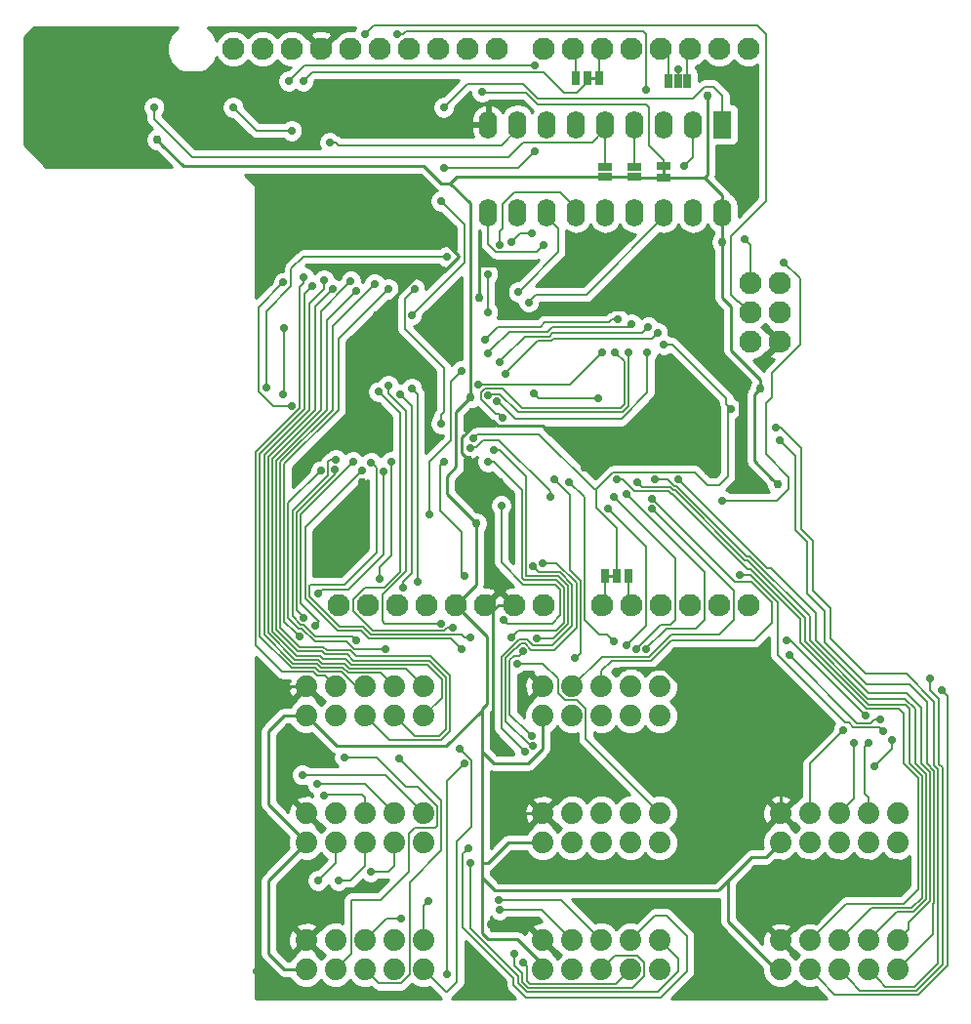
<source format=gbl>
G04 #@! TF.FileFunction,Copper,L2,Bot,Signal*
%FSLAX46Y46*%
G04 Gerber Fmt 4.6, Leading zero omitted, Abs format (unit mm)*
G04 Created by KiCad (PCBNEW 4.0.7-e2-6376~58~ubuntu16.04.1) date Mon Aug 13 19:04:16 2018*
%MOMM*%
%LPD*%
G01*
G04 APERTURE LIST*
%ADD10C,0.100000*%
%ADD11C,0.254000*%
%ADD12C,1.879600*%
%ADD13R,1.270000X0.635000*%
%ADD14R,0.635000X1.270000*%
%ADD15R,1.600000X2.400000*%
%ADD16O,1.600000X2.400000*%
%ADD17C,1.930400*%
%ADD18C,0.750000*%
%ADD19C,0.700000*%
%ADD20C,0.225000*%
%ADD21C,0.175000*%
G04 APERTURE END LIST*
D10*
D11*
X152400000Y-69596000D02*
X152400000Y-68580000D01*
X145796000Y-60960000D02*
X146812000Y-60960000D01*
X148336000Y-104140000D02*
X147320000Y-104140000D01*
D12*
X172720000Y-135763000D03*
X172720000Y-138303000D03*
X170180000Y-135763000D03*
X170180000Y-138303000D03*
X167640000Y-135763000D03*
X167640000Y-138303000D03*
X165100000Y-135763000D03*
X165100000Y-138303000D03*
X162560000Y-135763000D03*
X162560000Y-138303000D03*
X172720000Y-124714000D03*
X172720000Y-127254000D03*
X170180000Y-124714000D03*
X170180000Y-127254000D03*
X167640000Y-124714000D03*
X167640000Y-127254000D03*
X165100000Y-124714000D03*
X165100000Y-127254000D03*
X162560000Y-124714000D03*
X162560000Y-127254000D03*
X152080000Y-124730000D03*
X152080000Y-127270000D03*
X149540000Y-124730000D03*
X149540000Y-127270000D03*
X147000000Y-124730000D03*
X147000000Y-127270000D03*
X144460000Y-124730000D03*
X144460000Y-127270000D03*
X141920000Y-124730000D03*
X141920000Y-127270000D03*
X131580000Y-113730000D03*
X131580000Y-116270000D03*
X129040000Y-113730000D03*
X129040000Y-116270000D03*
X126500000Y-113730000D03*
X126500000Y-116270000D03*
X123960000Y-113730000D03*
X123960000Y-116270000D03*
X121420000Y-113730000D03*
X121420000Y-116270000D03*
D13*
X149860000Y-69494400D03*
X149860000Y-68681600D03*
D12*
X131580000Y-124730000D03*
X131580000Y-127270000D03*
X129040000Y-124730000D03*
X129040000Y-127270000D03*
X126500000Y-124730000D03*
X126500000Y-127270000D03*
X123960000Y-124730000D03*
X123960000Y-127270000D03*
X121420000Y-124730000D03*
X121420000Y-127270000D03*
X152080000Y-113730000D03*
X152080000Y-116270000D03*
X149540000Y-113730000D03*
X149540000Y-116270000D03*
X147000000Y-113730000D03*
X147000000Y-116270000D03*
X144460000Y-113730000D03*
X144460000Y-116270000D03*
X141920000Y-113730000D03*
X141920000Y-116270000D03*
D13*
X152400000Y-69596000D03*
X152400000Y-68580000D03*
X147320000Y-69494400D03*
X147320000Y-68681600D03*
D14*
X144780000Y-60960000D03*
X145796000Y-60960000D03*
X146812000Y-60960000D03*
X149352000Y-104140000D03*
X148336000Y-104140000D03*
X147320000Y-104140000D03*
D12*
X131580000Y-135730000D03*
X131580000Y-138270000D03*
X129040000Y-135730000D03*
X129040000Y-138270000D03*
X126500000Y-135730000D03*
X126500000Y-138270000D03*
X123960000Y-135730000D03*
X123960000Y-138270000D03*
X121420000Y-135730000D03*
X121420000Y-138270000D03*
X152080000Y-135730000D03*
X152080000Y-138270000D03*
X149540000Y-135730000D03*
X149540000Y-138270000D03*
X147000000Y-135730000D03*
X147000000Y-138270000D03*
X144460000Y-135730000D03*
X144460000Y-138270000D03*
X141920000Y-135730000D03*
X141920000Y-138270000D03*
D15*
X157500000Y-65000000D03*
D16*
X137180000Y-72620000D03*
X154960000Y-65000000D03*
X139720000Y-72620000D03*
X152420000Y-65000000D03*
X142260000Y-72620000D03*
X149880000Y-65000000D03*
X144800000Y-72620000D03*
X147340000Y-65000000D03*
X147340000Y-72620000D03*
X144800000Y-65000000D03*
X149880000Y-72620000D03*
X142260000Y-65000000D03*
X152420000Y-72620000D03*
X139720000Y-65000000D03*
X154960000Y-72620000D03*
X137180000Y-65000000D03*
X157500000Y-72620000D03*
D17*
X131849000Y-106673000D03*
X134389000Y-106673000D03*
X147089000Y-106673000D03*
X149629000Y-106673000D03*
X152169000Y-106673000D03*
X154709000Y-106673000D03*
X157249000Y-106673000D03*
X159789000Y-106673000D03*
X120165000Y-58413000D03*
X159789000Y-58413000D03*
X157249000Y-58413000D03*
X154709000Y-58413000D03*
X152169000Y-58413000D03*
X149629000Y-58413000D03*
X147089000Y-58413000D03*
X144549000Y-58413000D03*
X142009000Y-58413000D03*
X137945000Y-58413000D03*
X135405000Y-58413000D03*
X132865000Y-58413000D03*
X130325000Y-58413000D03*
X127785000Y-58413000D03*
X125245000Y-58413000D03*
X136929000Y-106673000D03*
X139469000Y-106673000D03*
X122705000Y-58413000D03*
X162468700Y-83861260D03*
X126769000Y-106673000D03*
X159928700Y-78783800D03*
X162468700Y-81323800D03*
X124229000Y-106673000D03*
X129309000Y-106673000D03*
X159928700Y-83861260D03*
X159928700Y-81323800D03*
X115085000Y-58413000D03*
X117625000Y-58413000D03*
X162468700Y-78783800D03*
X142009000Y-106673000D03*
D14*
X152857200Y-61214000D03*
X153670000Y-61214000D03*
X154482800Y-61214000D03*
D18*
X125730000Y-98552000D03*
X132588000Y-81026000D03*
X126238000Y-96012000D03*
X147320000Y-75184000D03*
X127508000Y-81534000D03*
X135890000Y-139192000D03*
X155702000Y-135890000D03*
X159512000Y-61976000D03*
X138002554Y-118618000D03*
X159004000Y-95016000D03*
X119126000Y-126746000D03*
X139238504Y-77216000D03*
X136373500Y-80010000D03*
X157734000Y-86360000D03*
D19*
X117094000Y-138430000D03*
D18*
X146558000Y-120650000D03*
X137414000Y-134366000D03*
X137906543Y-122682000D03*
X135507367Y-94088191D03*
X138176000Y-96012000D03*
X156210000Y-94996000D03*
X148336000Y-112522000D03*
X143485017Y-81154493D03*
X154672000Y-81026000D03*
X145542000Y-94742000D03*
X105410000Y-58166000D03*
X118618000Y-60198000D03*
D19*
X119380000Y-88392000D03*
X119452800Y-82664600D03*
X141116631Y-88292012D03*
X146757205Y-88748459D03*
X135636000Y-93077013D03*
X142562574Y-97282000D03*
X139815129Y-79513871D03*
X139192000Y-75184000D03*
X137160000Y-77978008D03*
X132080002Y-98806000D03*
X140970000Y-74422000D03*
X137160000Y-81280000D03*
X134865810Y-86360000D03*
X133096000Y-71628000D03*
X130556000Y-81534000D03*
X140704130Y-80402872D03*
X162841800Y-76932300D03*
X157498800Y-97627700D03*
X141986004Y-75438000D03*
X120142000Y-89408000D03*
X119433600Y-78677500D03*
X135890000Y-92202000D03*
X133096000Y-90931994D03*
X130810000Y-79248000D03*
X152400000Y-84074000D03*
X158242000Y-89662000D03*
X150876000Y-61976010D03*
X129286000Y-57196000D03*
X108204000Y-63500000D03*
X122174000Y-108458000D03*
X132037468Y-132338907D03*
X125476000Y-94234000D03*
X121066645Y-121398845D03*
X123698010Y-79248000D03*
X134112000Y-108607490D03*
X127693893Y-88160708D03*
X135636000Y-129032000D03*
X137939116Y-88977809D03*
X139674199Y-111734199D03*
X151003000Y-84749000D03*
D18*
X157480000Y-75184000D03*
X156210000Y-62484000D03*
X136144000Y-99568000D03*
X135636000Y-88695490D03*
X162319990Y-96202500D03*
X108458000Y-66294000D03*
X160782000Y-87884000D03*
D19*
X134724514Y-119126000D03*
X134874000Y-110490000D03*
X126238000Y-94995992D03*
X121210110Y-107748110D03*
X123892281Y-94951499D03*
X133604000Y-138684000D03*
X135636000Y-109474000D03*
X135128000Y-120396000D03*
X127052110Y-94286110D03*
X125730000Y-109728010D03*
X123964866Y-94079503D03*
X129644510Y-133858000D03*
X128120510Y-95096093D03*
X122428000Y-105665104D03*
X129465103Y-119962897D03*
X128270000Y-110490000D03*
X122667270Y-95021248D03*
X127762000Y-104393994D03*
X124714000Y-119888000D03*
X128778000Y-94234000D03*
X122382395Y-122219605D03*
X127000000Y-129794000D03*
X122936000Y-123190000D03*
X124206000Y-130556000D03*
X122427998Y-130556000D03*
X125269874Y-78581748D03*
X122936000Y-78486000D03*
X125730000Y-79458990D03*
X121919988Y-78994000D03*
X127328796Y-78814804D03*
X121158000Y-78232000D03*
X128524000Y-79248000D03*
X120811407Y-109420578D03*
X138540148Y-107932811D03*
X138325500Y-98044000D03*
X135458562Y-127757703D03*
X133095998Y-108257479D03*
X128524000Y-87629996D03*
X140208000Y-137668000D03*
X141371142Y-109578510D03*
X137668004Y-93218000D03*
X129794000Y-105156000D03*
X138092915Y-132224941D03*
X129540000Y-88392000D03*
X139446000Y-136905982D03*
X139192000Y-109473992D03*
X137160000Y-94234000D03*
X131064000Y-104648006D03*
X138176000Y-133096000D03*
X130556000Y-87884000D03*
X135128000Y-104140002D03*
X133350000Y-94234008D03*
X148463000Y-81851000D03*
X136906000Y-83693000D03*
X137203077Y-88504636D03*
X140960700Y-118037212D03*
X140235060Y-110710142D03*
X149352000Y-84749000D03*
X137160000Y-84836000D03*
X149606000Y-82296000D03*
X138430001Y-90424001D03*
X141090118Y-118902600D03*
X141903046Y-103030712D03*
X148209000Y-84749000D03*
X138176000Y-85598000D03*
X151101551Y-82531034D03*
X136350718Y-87584270D03*
X140377405Y-119410228D03*
X141074510Y-103312091D03*
X147066000Y-84749000D03*
X138684010Y-86614000D03*
X151892000Y-83058000D03*
X150878662Y-110532534D03*
X149166109Y-97005297D03*
X149165524Y-110182521D03*
X147574000Y-98298000D03*
X150003649Y-110532532D03*
X148081992Y-97282000D03*
X148082000Y-109832510D03*
X144237597Y-96012004D03*
X151384000Y-97422987D03*
X151384000Y-98298000D03*
X142937585Y-95744921D03*
X144732867Y-111287975D03*
X153670000Y-95758000D03*
X162496500Y-92392500D03*
X151638000Y-95758000D03*
X162115500Y-91313000D03*
X150114000Y-96012000D03*
X175514000Y-113030000D03*
X148336000Y-95758000D03*
X176530000Y-114046000D03*
X172212000Y-118364000D03*
X170688000Y-120650000D03*
X170180000Y-118618000D03*
X171450000Y-117602000D03*
X159004447Y-104062055D03*
X168910000Y-118618000D03*
X171196000Y-116586000D03*
X163322000Y-110998000D03*
X168012761Y-117499502D03*
X163068000Y-109728000D03*
X169978110Y-116279890D03*
X133604000Y-76454000D03*
X138175994Y-75438000D03*
X117956000Y-87804700D03*
X126492000Y-57150000D03*
X120142000Y-65532000D03*
X115062000Y-63500000D03*
X136665000Y-62176521D03*
X121158000Y-61214000D03*
X123444010Y-66548000D03*
X159472163Y-74949918D03*
X141224000Y-59839490D03*
X119888000Y-61214000D03*
X153670000Y-60198000D03*
X133350000Y-63500000D03*
X154178000Y-68580000D03*
X133350008Y-68747010D03*
X141224000Y-67310000D03*
D20*
X126238000Y-98044000D02*
X125730000Y-98552000D01*
X126238000Y-96012000D02*
X126238000Y-98044000D01*
X127508000Y-81534000D02*
X131318000Y-77724000D01*
X131318000Y-77724000D02*
X133350000Y-77724000D01*
X133350000Y-77724000D02*
X134620000Y-76454000D01*
X134620000Y-76454000D02*
X134620000Y-76415498D01*
X134620000Y-76415498D02*
X130848502Y-72644000D01*
X130848502Y-72644000D02*
X129286000Y-72644000D01*
X162560000Y-124714000D02*
X162560000Y-122282594D01*
X162560000Y-122282594D02*
X152424407Y-112147001D01*
X152424407Y-112147001D02*
X148710999Y-112147001D01*
X148710999Y-112147001D02*
X148336000Y-112522000D01*
X137627555Y-118243001D02*
X138002554Y-118618000D01*
X137627543Y-118242989D02*
X137627555Y-118243001D01*
X139469000Y-106673000D02*
X138104002Y-106673000D01*
X138104002Y-106673000D02*
X137627543Y-107149459D01*
X137627543Y-107149459D02*
X137627543Y-118242989D01*
X157734000Y-86360000D02*
X159004000Y-87630000D01*
X159004000Y-87630000D02*
X159004000Y-89279590D01*
X159004000Y-89279590D02*
X159004000Y-95016000D01*
X135507367Y-94088191D02*
X134890509Y-93471333D01*
X134890509Y-93471333D02*
X134890509Y-92146989D01*
X141936502Y-91136502D02*
X145167001Y-94367001D01*
X134890509Y-92146989D02*
X136373501Y-90663997D01*
X138048910Y-91136502D02*
X141936502Y-91136502D01*
X136373501Y-90663997D02*
X137576405Y-90663997D01*
X137576405Y-90663997D02*
X138048910Y-91136502D01*
X145167001Y-94367001D02*
X145542000Y-94742000D01*
X117094000Y-116726923D02*
X117094000Y-128778000D01*
X117094000Y-128778000D02*
X117094000Y-138430000D01*
X119126000Y-126746000D02*
X118751001Y-127120999D01*
X118751001Y-127120999D02*
X117094000Y-128778000D01*
X136373500Y-77240500D02*
X136398000Y-77216000D01*
X136398000Y-77216000D02*
X139238504Y-77216000D01*
X136373500Y-80010000D02*
X136373500Y-77240500D01*
X121420000Y-113730000D02*
X120090923Y-113730000D01*
X120090923Y-113730000D02*
X117094000Y-116726923D01*
X137906543Y-122682000D02*
X144526000Y-122682000D01*
X144526000Y-122682000D02*
X146558000Y-120650000D01*
X137414000Y-134366000D02*
X140556000Y-134366000D01*
X140556000Y-134366000D02*
X141920000Y-135730000D01*
X138281542Y-123056999D02*
X137906543Y-122682000D01*
X139954543Y-124730000D02*
X138281542Y-123056999D01*
X141920000Y-124730000D02*
X139954543Y-124730000D01*
X137431176Y-96012000D02*
X135882366Y-94463190D01*
X138176000Y-96012000D02*
X137431176Y-96012000D01*
X135882366Y-94463190D02*
X135507367Y-94088191D01*
X155835001Y-94621001D02*
X156210000Y-94996000D01*
X145916999Y-94367001D02*
X155581001Y-94367001D01*
X155581001Y-94367001D02*
X155835001Y-94621001D01*
X145542000Y-94742000D02*
X145916999Y-94367001D01*
X154672000Y-81026000D02*
X143613510Y-81026000D01*
X143613510Y-81026000D02*
X143485017Y-81154493D01*
X105410000Y-58166000D02*
X105784999Y-58540999D01*
X108458000Y-60452000D02*
X118364000Y-60452000D01*
X118364000Y-60452000D02*
X118618000Y-60198000D01*
X106546999Y-58540999D02*
X108458000Y-60452000D01*
X105784999Y-58540999D02*
X106546999Y-58540999D01*
D21*
X119452800Y-88319200D02*
X119380000Y-88392000D01*
X119452800Y-82664600D02*
X119452800Y-88319200D01*
X141573078Y-88748459D02*
X141491630Y-88667011D01*
X146757205Y-88748459D02*
X141573078Y-88748459D01*
X141491630Y-88667011D02*
X141116631Y-88292012D01*
X142562574Y-97282000D02*
X142562574Y-96787026D01*
X138127047Y-92351499D02*
X136743475Y-92351499D01*
X136743475Y-92351499D02*
X136130974Y-92964000D01*
X142562574Y-96787026D02*
X138127047Y-92351499D01*
X136130974Y-92964000D02*
X135636000Y-92964000D01*
X135636000Y-92964000D02*
X135636000Y-93077013D01*
X140190128Y-79138872D02*
X139815129Y-79513871D01*
X143260000Y-76069000D02*
X140190128Y-79138872D01*
X143260000Y-74020000D02*
X143260000Y-76069000D01*
X142260000Y-72620000D02*
X142260000Y-73020000D01*
X142260000Y-73020000D02*
X143260000Y-74020000D01*
X139954000Y-74422000D02*
X139541999Y-74834001D01*
X139541999Y-74834001D02*
X139192000Y-75184000D01*
X140970000Y-74422000D02*
X139954000Y-74422000D01*
X134865810Y-86360000D02*
X133965488Y-87260322D01*
X133965488Y-87260322D02*
X133965488Y-92348512D01*
X133965488Y-92348512D02*
X132080000Y-94234000D01*
X132080002Y-98311026D02*
X132080002Y-98806000D01*
X132080000Y-94234000D02*
X132080000Y-97790000D01*
X132080000Y-97790000D02*
X132080002Y-97790002D01*
X132080002Y-97790002D02*
X132080002Y-98311026D01*
X137160000Y-81280000D02*
X137160000Y-77978008D01*
X130556000Y-81534000D02*
X135128000Y-76962000D01*
X135128000Y-76962000D02*
X135128000Y-73660000D01*
X135128000Y-73660000D02*
X133096000Y-71628000D01*
X152420000Y-72620000D02*
X152420000Y-73020000D01*
X152420000Y-73020000D02*
X145684000Y-79756000D01*
X145684000Y-79756000D02*
X141351002Y-79756000D01*
X141351002Y-79756000D02*
X141079129Y-80027873D01*
X141079129Y-80027873D02*
X140704130Y-80402872D01*
X162841800Y-76932300D02*
X164274500Y-78365000D01*
X164274500Y-78365000D02*
X164274500Y-84075958D01*
X164274500Y-84075958D02*
X161798000Y-86552458D01*
X161798000Y-86552458D02*
X161798000Y-88646000D01*
X161798000Y-88646000D02*
X161290000Y-89154000D01*
X161290000Y-89154000D02*
X161290000Y-93599000D01*
X161290000Y-93599000D02*
X163258500Y-95567500D01*
X163258500Y-95567500D02*
X163258500Y-96647000D01*
X163258500Y-96647000D02*
X162277800Y-97627700D01*
X162277800Y-97627700D02*
X158029130Y-97627700D01*
X158029130Y-97627700D02*
X157498800Y-97627700D01*
X141373503Y-76050501D02*
X141636005Y-75787999D01*
X137881997Y-76050501D02*
X141373503Y-76050501D01*
X137180000Y-75348504D02*
X137881997Y-76050501D01*
X137180000Y-72620000D02*
X137180000Y-75348504D01*
X141636005Y-75787999D02*
X141986004Y-75438000D01*
X119611670Y-89408000D02*
X120142000Y-89408000D01*
X117248600Y-88127300D02*
X118529300Y-89408000D01*
X118529300Y-89408000D02*
X119611670Y-89408000D01*
X117248600Y-80862500D02*
X117248600Y-88127300D01*
X119433600Y-78677500D02*
X117248600Y-80862500D01*
X146374996Y-96629498D02*
X141597499Y-91852001D01*
X136239999Y-91852001D02*
X135890000Y-92202000D01*
X146558000Y-96629498D02*
X146374996Y-96629498D01*
X141597499Y-91852001D02*
X136239999Y-91852001D01*
X133096000Y-90183028D02*
X133096000Y-90437020D01*
X133350002Y-89929026D02*
X133096000Y-90183028D01*
X133096000Y-90437020D02*
X133096000Y-90931994D01*
X133350002Y-86106002D02*
X133350002Y-89929026D01*
X129943499Y-82699499D02*
X133350002Y-86106002D01*
X130810000Y-79248000D02*
X129943499Y-80114501D01*
X133350002Y-89916002D02*
X133350002Y-89929026D01*
X129943499Y-80114501D02*
X129943499Y-82699499D01*
X148336000Y-104140000D02*
X148336000Y-99966502D01*
X148336000Y-99966502D02*
X146558000Y-98188502D01*
X146558000Y-96629498D02*
X148041999Y-95145499D01*
X146558000Y-98188502D02*
X146558000Y-96629498D01*
X148041999Y-95145499D02*
X155089499Y-95145499D01*
X155089499Y-95145499D02*
X156210000Y-96266000D01*
X156210000Y-96266000D02*
X157226000Y-96266000D01*
X157226000Y-96266000D02*
X157988000Y-95504000D01*
X157988000Y-95504000D02*
X157988000Y-89916000D01*
X157988000Y-89916000D02*
X158242000Y-89662000D01*
X153162000Y-84074000D02*
X152400000Y-84074000D01*
X157867001Y-88779001D02*
X153162000Y-84074000D01*
X158242000Y-89662000D02*
X157867001Y-89287001D01*
X157867001Y-89287001D02*
X157867001Y-88779001D01*
X129286000Y-57196000D02*
X129780974Y-57196000D01*
X129780974Y-57196000D02*
X130080974Y-56896000D01*
X130080974Y-56896000D02*
X150622000Y-56896000D01*
X150622000Y-56896000D02*
X150876000Y-57150000D01*
X150876000Y-57150000D02*
X150876000Y-61481036D01*
X150876000Y-61481036D02*
X150876000Y-61976010D01*
X149860000Y-65020000D02*
X149880000Y-65000000D01*
X149860000Y-68681600D02*
X149860000Y-65020000D01*
X147340000Y-65000000D02*
X147340000Y-65400000D01*
X147340000Y-65400000D02*
X146192000Y-66548000D01*
X146192000Y-66548000D02*
X140208000Y-66548000D01*
X140208000Y-66548000D02*
X138938000Y-67818000D01*
X138938000Y-67818000D02*
X111506000Y-67818000D01*
X111506000Y-67818000D02*
X108204000Y-64516000D01*
X108204000Y-64516000D02*
X108204000Y-63500000D01*
X147320000Y-65020000D02*
X147340000Y-65000000D01*
X147320000Y-65020000D02*
X147340000Y-65000000D01*
X147320000Y-68681600D02*
X147320000Y-66420000D01*
X147320000Y-66420000D02*
X147320000Y-65020000D01*
X147340000Y-66400000D02*
X147320000Y-66420000D01*
X147340000Y-65000000D02*
X147340000Y-66400000D01*
X125476000Y-94234000D02*
X120904000Y-98806000D01*
X120904000Y-98806000D02*
X120904000Y-106488002D01*
X120904000Y-106488002D02*
X122523999Y-108108001D01*
X122523999Y-108108001D02*
X122174000Y-108458000D01*
X131580000Y-132796375D02*
X131687469Y-132688906D01*
X131687469Y-132688906D02*
X132037468Y-132338907D01*
X131580000Y-135730000D02*
X131580000Y-132796375D01*
X121561619Y-121398845D02*
X121066645Y-121398845D01*
X131580000Y-124730000D02*
X128248845Y-121398845D01*
X128248845Y-121398845D02*
X121561619Y-121398845D01*
X118103913Y-109090734D02*
X118103914Y-93836172D01*
X122805540Y-111740170D02*
X122468038Y-111402668D01*
X120415846Y-111402667D02*
X118103913Y-109090734D01*
X118103914Y-93836172D02*
X122174000Y-89766085D01*
X130027690Y-112177690D02*
X125177074Y-112177690D01*
X124739554Y-111740170D02*
X122805540Y-111740170D01*
X125177074Y-112177690D02*
X124739554Y-111740170D01*
X122174000Y-89766085D02*
X122174000Y-80772010D01*
X123348011Y-79597999D02*
X123698010Y-79248000D01*
X122174000Y-80772010D02*
X123348011Y-79597999D01*
X131580000Y-113730000D02*
X130027690Y-112177690D01*
X122468038Y-111402668D02*
X120415846Y-111402667D01*
X127693893Y-88160708D02*
X129540000Y-90006815D01*
X129540000Y-90006815D02*
X129540000Y-103776502D01*
X129540000Y-103776502D02*
X128160502Y-105156000D01*
X128160502Y-105156000D02*
X126469002Y-105156000D01*
X126469002Y-105156000D02*
X125476000Y-106149002D01*
X125476000Y-106149002D02*
X125476000Y-107188000D01*
X125476000Y-107188000D02*
X127157989Y-108869989D01*
X127157989Y-108869989D02*
X133354527Y-108869989D01*
X133354527Y-108869989D02*
X133617026Y-108607490D01*
X133617026Y-108607490D02*
X134112000Y-108607490D01*
X140527341Y-140247321D02*
X139761978Y-139481958D01*
X151882085Y-140247321D02*
X140527341Y-140247321D01*
X152080000Y-135730000D02*
X153670000Y-137320000D01*
X139761978Y-139481958D02*
X139761978Y-138874389D01*
X135636000Y-129526974D02*
X135636000Y-129032000D01*
X135636000Y-134748411D02*
X135636000Y-129526974D01*
X139761978Y-138874389D02*
X135636000Y-134748411D01*
X153670000Y-138459406D02*
X151882085Y-140247321D01*
X153670000Y-137320000D02*
X153670000Y-138459406D01*
X139541999Y-90519999D02*
X138176000Y-89154000D01*
X151003000Y-84749000D02*
X151003000Y-88265000D01*
X148748001Y-90519999D02*
X139541999Y-90519999D01*
X151003000Y-88265000D02*
X148748001Y-90519999D01*
X138176000Y-89154000D02*
X137999809Y-88977809D01*
X137999809Y-88977809D02*
X137939116Y-88977809D01*
X152080000Y-124730000D02*
X145662301Y-118312301D01*
X145662301Y-115692895D02*
X144901707Y-114932301D01*
X143257699Y-113044731D02*
X141947167Y-111734199D01*
X143257699Y-114307105D02*
X143257699Y-113044731D01*
X144901707Y-114932301D02*
X143882895Y-114932301D01*
X143882895Y-114932301D02*
X143257699Y-114307105D01*
X145662301Y-118312301D02*
X145662301Y-115692895D01*
X141947167Y-111734199D02*
X140169173Y-111734199D01*
X140169173Y-111734199D02*
X139674199Y-111734199D01*
D20*
X136652000Y-130302000D02*
X137795000Y-131445000D01*
X137795000Y-131445000D02*
X157099000Y-131445000D01*
X157099000Y-131445000D02*
X157226000Y-131318000D01*
X157226000Y-131318000D02*
X157988000Y-130556000D01*
X136144000Y-104918000D02*
X136144000Y-100098330D01*
X134389000Y-106673000D02*
X136144000Y-104918000D01*
X136144000Y-100098330D02*
X136144000Y-99568000D01*
X157500000Y-75204000D02*
X157480000Y-75184000D01*
X157500000Y-75204000D02*
X157500000Y-80030000D01*
X157500000Y-80030000D02*
X158242000Y-80772000D01*
X158242000Y-80772000D02*
X158242000Y-84582000D01*
X158242000Y-84582000D02*
X160782000Y-87122000D01*
X160782000Y-87122000D02*
X160782000Y-87884000D01*
X156210000Y-63014330D02*
X156210000Y-62484000D01*
X156210000Y-69362000D02*
X156210000Y-63014330D01*
X155976000Y-69596000D02*
X156210000Y-69362000D01*
X162560000Y-138303000D02*
X162166200Y-138303000D01*
X162166200Y-138303000D02*
X157988000Y-134124800D01*
X157988000Y-134124800D02*
X157988000Y-130556000D01*
X157988000Y-130556000D02*
X160020000Y-128524000D01*
X160020000Y-128524000D02*
X161290000Y-128524000D01*
X161290000Y-128524000D02*
X162560000Y-127254000D01*
X136652000Y-135128000D02*
X136652000Y-130302000D01*
X141920000Y-138270000D02*
X141920000Y-137817496D01*
X139738504Y-135636000D02*
X137160000Y-135636000D01*
X141920000Y-137817496D02*
X139738504Y-135636000D01*
X137160000Y-135636000D02*
X136652000Y-135128000D01*
X120480201Y-126322201D02*
X118110000Y-123952000D01*
X121420000Y-127270000D02*
X120480201Y-126330201D01*
X120480201Y-126330201D02*
X120480201Y-126322201D01*
X118110000Y-123952000D02*
X118110000Y-117602000D01*
X118110000Y-117602000D02*
X119442000Y-116270000D01*
X119442000Y-116270000D02*
X121420000Y-116270000D01*
X135769001Y-99193001D02*
X136144000Y-99568000D01*
X133604000Y-95504000D02*
X133604000Y-97028000D01*
X134415499Y-94692501D02*
X133604000Y-95504000D01*
X135636000Y-88695490D02*
X134415499Y-89915991D01*
X134415499Y-89915991D02*
X134415499Y-94692501D01*
X133604000Y-97028000D02*
X135769001Y-99193001D01*
X133877500Y-70084700D02*
X135636000Y-71843200D01*
X135636000Y-88165160D02*
X135636000Y-88695490D01*
X135636000Y-71843200D02*
X135636000Y-88165160D01*
X137111488Y-109395488D02*
X137111488Y-115199312D01*
X134389000Y-106673000D02*
X137111488Y-109395488D01*
X137111488Y-115199312D02*
X136652000Y-115658800D01*
X122359799Y-117209799D02*
X121420000Y-116270000D01*
X136652000Y-115805000D02*
X133546981Y-118910019D01*
X133546981Y-118910019D02*
X124060019Y-118910019D01*
X124060019Y-118910019D02*
X122359799Y-117209799D01*
X136652000Y-130302000D02*
X136652000Y-129032000D01*
X136652000Y-129032000D02*
X136652000Y-127508000D01*
X137160000Y-129032000D02*
X136652000Y-129032000D01*
X141920000Y-127270000D02*
X138922000Y-127270000D01*
X138922000Y-127270000D02*
X137160000Y-129032000D01*
X136652000Y-115805000D02*
X136652000Y-119380000D01*
X137668000Y-120396000D02*
X136652000Y-119380000D01*
X136652000Y-119380000D02*
X136652000Y-127508000D01*
X138176000Y-120396000D02*
X137668000Y-120396000D01*
X140669015Y-120396000D02*
X138176000Y-120396000D01*
X141920000Y-116270000D02*
X141920000Y-119145015D01*
X141920000Y-119145015D02*
X140669015Y-120396000D01*
X136652000Y-117348000D02*
X136652000Y-115658800D01*
X118110000Y-136906000D02*
X118110000Y-130580000D01*
X118110000Y-130580000D02*
X121420000Y-127270000D01*
X119474000Y-138270000D02*
X118110000Y-136906000D01*
X121420000Y-138270000D02*
X119474000Y-138270000D01*
X136652000Y-127508000D02*
X136652000Y-128016000D01*
X161844991Y-95727501D02*
X162319990Y-96202500D01*
X160307001Y-94189511D02*
X161844991Y-95727501D01*
X160307001Y-88358999D02*
X160307001Y-94189511D01*
X160782000Y-87884000D02*
X160307001Y-88358999D01*
X133125696Y-70084700D02*
X131620996Y-68580000D01*
X108932999Y-66768999D02*
X108458000Y-66294000D01*
X110744000Y-68580000D02*
X108932999Y-66768999D01*
X131620996Y-68580000D02*
X110744000Y-68580000D01*
X133877500Y-70084700D02*
X133125696Y-70084700D01*
X149860000Y-69494400D02*
X147320000Y-69494400D01*
X149962000Y-69596000D02*
X149860000Y-69494400D01*
X152400000Y-69596000D02*
X149962000Y-69596000D01*
X157500000Y-75204000D02*
X157500000Y-75184000D01*
X157500000Y-75204000D02*
X157500000Y-75184000D01*
X157500000Y-75184000D02*
X157500000Y-72620000D01*
X157500000Y-71120000D02*
X155976000Y-69596000D01*
X157500000Y-72620000D02*
X157500000Y-71120000D01*
X155976000Y-69596000D02*
X152400000Y-69596000D01*
X134468000Y-69494400D02*
X133877500Y-70084700D01*
X147320000Y-69494400D02*
X134468000Y-69494400D01*
X136652000Y-115658800D02*
X136652000Y-115805000D01*
D21*
X147320000Y-106442000D02*
X147089000Y-106673000D01*
X147320000Y-104140000D02*
X147320000Y-106442000D01*
X149352000Y-106396000D02*
X149629000Y-106673000D01*
X149352000Y-104140000D02*
X149352000Y-106396000D01*
X146812000Y-58690000D02*
X147089000Y-58413000D01*
X146812000Y-60960000D02*
X146812000Y-58690000D01*
X147216000Y-58540000D02*
X147089000Y-58413000D01*
X144780000Y-58644000D02*
X144549000Y-58413000D01*
X144780000Y-60960000D02*
X144780000Y-58644000D01*
X133954011Y-109570011D02*
X134524001Y-110140001D01*
X121315990Y-106062980D02*
X124157032Y-108904022D01*
X126868031Y-109570011D02*
X133954011Y-109570011D01*
X126202042Y-108904022D02*
X126868031Y-109570011D01*
X126238000Y-94995992D02*
X121315989Y-99918003D01*
X124157032Y-108904022D02*
X126202042Y-108904022D01*
X134524001Y-110140001D02*
X134874000Y-110490000D01*
X121315989Y-99918003D02*
X121315990Y-106062980D01*
X134470501Y-139341499D02*
X134470501Y-127149499D01*
X134470501Y-127149499D02*
X135740501Y-125879499D01*
X131580000Y-138270000D02*
X133518000Y-140208000D01*
X133518000Y-140208000D02*
X133604000Y-140208000D01*
X133604000Y-140208000D02*
X134470501Y-139341499D01*
X135740501Y-125879499D02*
X135740501Y-120141987D01*
X135740501Y-120141987D02*
X135074513Y-119475999D01*
X135074513Y-119475999D02*
X134724514Y-119126000D01*
X120860111Y-107398111D02*
X121210110Y-107748110D01*
X123892281Y-95322729D02*
X120553989Y-98661021D01*
X123892281Y-94951499D02*
X123892281Y-95322729D01*
X120553989Y-107091989D02*
X120860111Y-107398111D01*
X120553989Y-98661021D02*
X120553989Y-107091989D01*
X124302011Y-108554011D02*
X126347021Y-108554011D01*
X121776575Y-104902000D02*
X121666000Y-105012575D01*
X134887026Y-109220000D02*
X135141026Y-109474000D01*
X124714000Y-104902000D02*
X121776575Y-104902000D01*
X121666000Y-105918000D02*
X124302011Y-108554011D01*
X127013010Y-109220000D02*
X134887026Y-109220000D01*
X127052110Y-94286110D02*
X127508000Y-94742000D01*
X127508000Y-94742000D02*
X127508000Y-102108000D01*
X127508000Y-102108000D02*
X124714000Y-104902000D01*
X121666000Y-105012575D02*
X121666000Y-105918000D01*
X126347021Y-108554011D02*
X127013010Y-109220000D01*
X135141026Y-109474000D02*
X135636000Y-109474000D01*
X133604000Y-121920000D02*
X133604000Y-138189026D01*
X133604000Y-138189026D02*
X133604000Y-138684000D01*
X135128000Y-120396000D02*
X133604000Y-121920000D01*
X125380001Y-109378011D02*
X125730000Y-109728010D01*
X125379983Y-109377993D02*
X125380001Y-109378011D01*
X120203980Y-98516040D02*
X120203980Y-107648482D01*
X122187489Y-109377993D02*
X125379983Y-109377993D01*
X123469892Y-94079503D02*
X123279780Y-94269615D01*
X121170107Y-108360611D02*
X122187489Y-109377993D01*
X120916109Y-108360611D02*
X121170107Y-108360611D01*
X123279780Y-95440240D02*
X120203980Y-98516040D01*
X123964866Y-94079503D02*
X123469892Y-94079503D01*
X120203980Y-107648482D02*
X120916109Y-108360611D01*
X123279780Y-94269615D02*
X123279780Y-95440240D01*
X126500000Y-135730000D02*
X128372000Y-133858000D01*
X128372000Y-133858000D02*
X129149536Y-133858000D01*
X129149536Y-133858000D02*
X129644510Y-133858000D01*
X128120510Y-95591067D02*
X128120510Y-95096093D01*
X128120510Y-102244480D02*
X128120510Y-95591067D01*
X125049885Y-105315105D02*
X128120510Y-102244480D01*
X122777999Y-105315105D02*
X125049885Y-105315105D01*
X122428000Y-105665104D02*
X122777999Y-105315105D01*
X126500000Y-138270000D02*
X127702301Y-139472301D01*
X127702301Y-139472301D02*
X129617105Y-139472301D01*
X129617105Y-139472301D02*
X130377699Y-138711707D01*
X130377699Y-138711707D02*
X130377699Y-130734301D01*
X130377699Y-130734301D02*
X133132311Y-127979689D01*
X133132311Y-127979689D02*
X133132311Y-123630105D01*
X133132311Y-123630105D02*
X129465103Y-119962897D01*
X122147007Y-109832501D02*
X124927999Y-109832501D01*
X124927999Y-109832501D02*
X125585498Y-110490000D01*
X120771130Y-108710622D02*
X121025128Y-108710622D01*
X121025128Y-108710622D02*
X122147007Y-109832501D01*
X119853969Y-97834549D02*
X119853970Y-107793462D01*
X127775026Y-110490000D02*
X128270000Y-110490000D01*
X119853970Y-107793462D02*
X120771130Y-108710622D01*
X122667270Y-95021248D02*
X119853969Y-97834549D01*
X125585498Y-110490000D02*
X127775026Y-110490000D01*
X128778000Y-94234000D02*
X128778000Y-102362000D01*
X128778000Y-102362000D02*
X127762000Y-103378000D01*
X127762000Y-103378000D02*
X127762000Y-104393994D01*
X123960000Y-138270000D02*
X125297699Y-136932301D01*
X125297699Y-136932301D02*
X125297699Y-132258301D01*
X125297699Y-132258301D02*
X127837699Y-132258301D01*
X127837699Y-132258301D02*
X130302000Y-129794000D01*
X130302000Y-129794000D02*
X130302000Y-126492000D01*
X130302000Y-126492000D02*
X130810000Y-125984000D01*
X130810000Y-125984000D02*
X132588000Y-125984000D01*
X132588000Y-125984000D02*
X132782301Y-125789699D01*
X132782301Y-125789699D02*
X132782301Y-124146301D01*
X132782301Y-124146301D02*
X131064000Y-122428000D01*
X131064000Y-122428000D02*
X130048000Y-122428000D01*
X130048000Y-122428000D02*
X127508000Y-119888000D01*
X127508000Y-119888000D02*
X124714000Y-119888000D01*
X126529605Y-122219605D02*
X122877369Y-122219605D01*
X129040000Y-124730000D02*
X126529605Y-122219605D01*
X122877369Y-122219605D02*
X122382395Y-122219605D01*
X128524000Y-129794000D02*
X129040000Y-129278000D01*
X129040000Y-129278000D02*
X129040000Y-127270000D01*
X127000000Y-129794000D02*
X128524000Y-129794000D01*
X126238000Y-123138923D02*
X122987077Y-123138923D01*
X122987077Y-123138923D02*
X122936000Y-123190000D01*
X126500000Y-124730000D02*
X126500000Y-123400923D01*
X126500000Y-123400923D02*
X126238000Y-123138923D01*
X125222000Y-130556000D02*
X126500000Y-129278000D01*
X126500000Y-129278000D02*
X126500000Y-127270000D01*
X124206000Y-130556000D02*
X125222000Y-130556000D01*
X126500000Y-127270000D02*
X125946900Y-127270000D01*
X122777997Y-130206001D02*
X122427998Y-130556000D01*
X123960000Y-129023998D02*
X122777997Y-130206001D01*
X123960000Y-127270000D02*
X123960000Y-129023998D01*
X122682000Y-89753074D02*
X122682000Y-81169622D01*
X122682000Y-81169622D02*
X124919875Y-78931747D01*
X133157978Y-113091978D02*
X131893683Y-111827683D01*
X133157978Y-114692022D02*
X133157978Y-113091978D01*
X118453924Y-108945755D02*
X118453924Y-93981152D01*
X124919875Y-78931747D02*
X125269874Y-78581748D01*
X131893683Y-111827683D02*
X125322055Y-111827681D01*
X120560826Y-111052657D02*
X118453924Y-108945755D01*
X118453924Y-93981152D02*
X122682000Y-89753074D01*
X125322055Y-111827681D02*
X124808098Y-111313723D01*
X122874083Y-111313723D02*
X122613017Y-111052657D01*
X124808098Y-111313723D02*
X122874083Y-111313723D01*
X131580000Y-116270000D02*
X133157978Y-114692022D01*
X122613017Y-111052657D02*
X120560826Y-111052657D01*
X121666000Y-80518000D02*
X122936000Y-79248000D01*
X120270866Y-111752677D02*
X117753902Y-109235713D01*
X122936000Y-79248000D02*
X122936000Y-78980974D01*
X117753902Y-93691192D02*
X121666000Y-89779094D01*
X117753902Y-109235713D02*
X117753902Y-93691192D01*
X122660560Y-112090180D02*
X122323058Y-111752678D01*
X125032093Y-112527699D02*
X124594575Y-112090181D01*
X127837699Y-112527699D02*
X125032093Y-112527699D01*
X122936000Y-78980974D02*
X122936000Y-78486000D01*
X124594575Y-112090181D02*
X122660560Y-112090180D01*
X122323058Y-111752678D02*
X120270866Y-111752677D01*
X121666000Y-89779094D02*
X121666000Y-80518000D01*
X129040000Y-113730000D02*
X127837699Y-112527699D01*
X125779732Y-111477672D02*
X132064682Y-111477672D01*
X123019063Y-110963713D02*
X124953078Y-110963713D01*
X123190000Y-89740064D02*
X118803940Y-94126124D01*
X122757996Y-110702646D02*
X123019063Y-110963713D01*
X124953078Y-110963713D02*
X125467035Y-111477671D01*
X123190000Y-81998990D02*
X123190000Y-89740064D01*
X133507989Y-112920979D02*
X133507989Y-117444011D01*
X132064682Y-111477672D02*
X133507989Y-112920979D01*
X132938011Y-118013989D02*
X130783989Y-118013989D01*
X133507989Y-117444011D02*
X132938011Y-118013989D01*
X130783989Y-118013989D02*
X129979799Y-117209799D01*
X118803940Y-108800773D02*
X120705812Y-110702645D01*
X118803940Y-94126124D02*
X118803940Y-108800773D01*
X125730000Y-79458990D02*
X123190000Y-81998990D01*
X125467035Y-111477671D02*
X125779732Y-111477672D01*
X129979799Y-117209799D02*
X129040000Y-116270000D01*
X120705812Y-110702645D02*
X122757996Y-110702646D01*
X120125886Y-112102687D02*
X117403891Y-109380692D01*
X117403891Y-109380692D02*
X117403892Y-93546212D01*
X126500000Y-113730000D02*
X125739404Y-113730000D01*
X121569989Y-79343999D02*
X121919988Y-78994000D01*
X122178077Y-112102687D02*
X120125886Y-112102687D01*
X121265989Y-79647999D02*
X121569989Y-79343999D01*
X121265989Y-89684115D02*
X121265989Y-79647999D01*
X124385185Y-112474599D02*
X124350778Y-112440192D01*
X122515582Y-112440192D02*
X122178077Y-112102687D01*
X125739404Y-113730000D02*
X124484004Y-112474600D01*
X117403892Y-93546212D02*
X121265989Y-89684115D01*
X124484004Y-112474600D02*
X124385185Y-112474599D01*
X124350778Y-112440192D02*
X122515582Y-112440192D01*
X126400800Y-113730000D02*
X126500000Y-113730000D01*
X119153951Y-108632554D02*
X120874031Y-110352634D01*
X133858000Y-112776000D02*
X133857999Y-117588991D01*
X128594000Y-118364000D02*
X127439799Y-117209799D01*
X132209661Y-111127661D02*
X133858000Y-112776000D01*
X133082990Y-118364000D02*
X128594000Y-118364000D01*
X120874031Y-110352634D02*
X122902976Y-110352636D01*
X133857999Y-117588991D02*
X133082990Y-118364000D01*
X125214209Y-110613703D02*
X125728167Y-111127661D01*
X119153951Y-94271103D02*
X119153951Y-108632554D01*
X122902976Y-110352636D02*
X123164043Y-110613703D01*
X123164043Y-110613703D02*
X125214209Y-110613703D01*
X127439799Y-117209799D02*
X126500000Y-116270000D01*
X125728167Y-111127661D02*
X132209661Y-111127661D01*
X123698000Y-89727054D02*
X119153951Y-94271103D01*
X127328796Y-78814804D02*
X123698000Y-82445600D01*
X123698000Y-82445600D02*
X123698000Y-89727054D01*
X121158000Y-78726974D02*
X121158000Y-78232000D01*
X117053880Y-110155682D02*
X117053880Y-93401234D01*
X121158000Y-78762330D02*
X121158000Y-78726974D01*
X120865978Y-79054352D02*
X121158000Y-78762330D01*
X120865978Y-89589136D02*
X120865978Y-79054352D01*
X117053880Y-93401234D02*
X120865978Y-89589136D01*
X123960000Y-113730000D02*
X123020201Y-112790201D01*
X122361811Y-112790201D02*
X122024309Y-112452699D01*
X123020201Y-112790201D02*
X122361811Y-112790201D01*
X119350897Y-112452699D02*
X117053880Y-110155682D01*
X122024309Y-112452699D02*
X119350897Y-112452699D01*
X124206000Y-89714044D02*
X119503957Y-94416087D01*
X124206000Y-83566000D02*
X124206000Y-89714044D01*
X128524000Y-79248000D02*
X124206000Y-83566000D01*
X120461408Y-109070579D02*
X120811407Y-109420578D01*
X119503957Y-108113128D02*
X120461408Y-109070579D01*
X119503957Y-94416087D02*
X119503957Y-108113128D01*
X138325500Y-98044000D02*
X138325500Y-102993476D01*
X142727200Y-108282810D02*
X138890147Y-108282810D01*
X143028020Y-104902000D02*
X143441936Y-105315916D01*
X143441936Y-107568074D02*
X142727200Y-108282810D01*
X138890147Y-108282810D02*
X138540148Y-107932811D01*
X140234024Y-104902000D02*
X143028020Y-104902000D01*
X138325500Y-102993476D02*
X140234024Y-104902000D01*
X143441936Y-105315916D02*
X143441936Y-107568074D01*
X128524000Y-87629996D02*
X128524000Y-88282504D01*
X128524000Y-88282504D02*
X130048000Y-89806504D01*
X130048000Y-89806504D02*
X130048000Y-103763492D01*
X130048000Y-103763492D02*
X128016000Y-105795492D01*
X128016000Y-105795492D02*
X128016000Y-108072508D01*
X128016000Y-108072508D02*
X128200971Y-108257479D01*
X128200971Y-108257479D02*
X132601024Y-108257479D01*
X132601024Y-108257479D02*
X133095998Y-108257479D01*
X140501030Y-140716000D02*
X139411967Y-139626937D01*
X154432000Y-135382000D02*
X154432000Y-138430000D01*
X135108563Y-128107702D02*
X135458562Y-127757703D01*
X152146000Y-140716000D02*
X140501030Y-140716000D01*
X152654000Y-133604000D02*
X154432000Y-135382000D01*
X149540000Y-135730000D02*
X151666000Y-133604000D01*
X135012553Y-134619954D02*
X135012553Y-128203712D01*
X151666000Y-133604000D02*
X152654000Y-133604000D01*
X139411967Y-139019368D02*
X135012553Y-134619954D01*
X135012553Y-128203712D02*
X135108563Y-128107702D01*
X139411967Y-139626937D02*
X139411967Y-139019368D01*
X154432000Y-138430000D02*
X152146000Y-140716000D01*
X140557999Y-138017999D02*
X140208000Y-137668000D01*
X148262699Y-139547301D02*
X140817301Y-139547301D01*
X149540000Y-138270000D02*
X148262699Y-139547301D01*
X140557999Y-139287999D02*
X140557999Y-138017999D01*
X140817301Y-139547301D02*
X140557999Y-139287999D01*
X140462000Y-95504000D02*
X140462001Y-104139999D01*
X137668004Y-93218000D02*
X138176000Y-93218000D01*
X142884477Y-109578510D02*
X141371142Y-109578510D01*
X143256000Y-104140000D02*
X144141958Y-105025958D01*
X144141958Y-108321029D02*
X142884477Y-109578510D01*
X144141958Y-105025958D02*
X144141958Y-108321029D01*
X140462001Y-104139999D02*
X143256000Y-104140000D01*
X138176000Y-93218000D02*
X140462000Y-95504000D01*
X129889999Y-88741999D02*
X129540000Y-88392000D01*
X130556000Y-89408000D02*
X129889999Y-88741999D01*
X130556000Y-103899026D02*
X130556000Y-89408000D01*
X129794000Y-105156000D02*
X129794000Y-104661026D01*
X129794000Y-104661026D02*
X130556000Y-103899026D01*
X138587889Y-132224941D02*
X138092915Y-132224941D01*
X147000000Y-135730000D02*
X143494941Y-132224941D01*
X143494941Y-132224941D02*
X138587889Y-132224941D01*
X139446000Y-137400956D02*
X139446000Y-136905982D01*
X139446000Y-137908974D02*
X139446000Y-137400956D01*
X140111989Y-139336979D02*
X140111989Y-138574963D01*
X150742301Y-138847105D02*
X149692095Y-139897311D01*
X150742301Y-137692895D02*
X150742301Y-138847105D01*
X149692095Y-139897311D02*
X140672321Y-139897311D01*
X150117105Y-137067699D02*
X150742301Y-137692895D01*
X148202301Y-137067699D02*
X150117105Y-137067699D01*
X140672321Y-139897311D02*
X140111989Y-139336979D01*
X147000000Y-138270000D02*
X148202301Y-137067699D01*
X140111989Y-138574963D02*
X139446000Y-137908974D01*
X140111990Y-104284978D02*
X140317022Y-104490010D01*
X139541999Y-109123993D02*
X139192000Y-109473992D01*
X143791947Y-108176050D02*
X143097998Y-108869999D01*
X143791947Y-105170937D02*
X143791947Y-108176050D01*
X140111990Y-96691016D02*
X140111990Y-104284978D01*
X139795993Y-108869999D02*
X139541999Y-109123993D01*
X143111020Y-104490010D02*
X143791947Y-105170937D01*
X137160000Y-94234000D02*
X137654974Y-94234000D01*
X143097998Y-108869999D02*
X139795993Y-108869999D01*
X137654974Y-94234000D02*
X140111990Y-96691016D01*
X140317022Y-104490010D02*
X143111020Y-104490010D01*
X131064000Y-104153032D02*
X131064000Y-104648006D01*
X130556000Y-87884000D02*
X131064000Y-88392000D01*
X131064000Y-88392000D02*
X131064000Y-104153032D01*
X138670974Y-133096000D02*
X138176000Y-133096000D01*
X141826000Y-133096000D02*
X138670974Y-133096000D01*
X144460000Y-135730000D02*
X141826000Y-133096000D01*
X133350000Y-94234008D02*
X133000001Y-94584007D01*
X133000001Y-94584007D02*
X133000001Y-98456001D01*
X133000001Y-98456001D02*
X134874000Y-100330000D01*
X134874000Y-103886002D02*
X135128000Y-104140002D01*
X134874000Y-100330000D02*
X134874000Y-103886002D01*
X142115012Y-82149990D02*
X141715002Y-82550000D01*
X147633680Y-82149990D02*
X142115012Y-82149990D01*
X147932670Y-81851000D02*
X147633680Y-82149990D01*
X148463000Y-81851000D02*
X147932670Y-81851000D01*
X138049000Y-82550000D02*
X136906000Y-83693000D01*
X141715002Y-82550000D02*
X138049000Y-82550000D01*
X137342406Y-88365307D02*
X137203077Y-88504636D01*
X149352000Y-89408000D02*
X148844000Y-89916000D01*
X149352000Y-84749000D02*
X149352000Y-89408000D01*
X139783811Y-89916000D02*
X138233118Y-88365307D01*
X148844000Y-89916000D02*
X139783811Y-89916000D01*
X138233118Y-88365307D02*
X137342406Y-88365307D01*
X139061697Y-116138209D02*
X140610701Y-117687213D01*
X139061697Y-111445943D02*
X139061697Y-116138209D01*
X140235060Y-110710142D02*
X139885061Y-111060141D01*
X140610701Y-117687213D02*
X140960700Y-118037212D01*
X139885061Y-111060141D02*
X139447499Y-111060141D01*
X139447499Y-111060141D02*
X139061697Y-111445943D01*
X149606000Y-82296000D02*
X149352000Y-82550000D01*
X149352000Y-82550000D02*
X142731002Y-82550000D01*
X142731002Y-82550000D02*
X142310001Y-82971001D01*
X142310001Y-82971001D02*
X139024999Y-82971001D01*
X139024999Y-82971001D02*
X137534999Y-84461001D01*
X137534999Y-84461001D02*
X137160000Y-84836000D01*
X136590575Y-88798638D02*
X137865939Y-90074002D01*
X136590575Y-88210634D02*
X136590575Y-88798638D01*
X138438134Y-87892134D02*
X136909075Y-87892134D01*
X148686011Y-89565989D02*
X140111989Y-89565989D01*
X149001989Y-89250011D02*
X148686011Y-89565989D01*
X136909075Y-87892134D02*
X136590575Y-88210634D01*
X138080002Y-90074002D02*
X138430001Y-90424001D01*
X140111989Y-89565989D02*
X138438134Y-87892134D01*
X148209000Y-84749000D02*
X149001989Y-85541989D01*
X137865939Y-90074002D02*
X138080002Y-90074002D01*
X149001989Y-85541989D02*
X149001989Y-89250011D01*
X142911946Y-110541022D02*
X140932161Y-110541023D01*
X140932161Y-110541023D02*
X140408630Y-110017492D01*
X138711686Y-116726699D02*
X140887587Y-118902600D01*
X139573274Y-110436512D02*
X138711686Y-111298100D01*
X140050000Y-110017492D02*
X139630981Y-110436511D01*
X140408630Y-110017492D02*
X140050000Y-110017492D01*
X144841978Y-104735998D02*
X144841978Y-108610990D01*
X141903046Y-103030712D02*
X143136692Y-103030712D01*
X140887587Y-118902600D02*
X141090118Y-118902600D01*
X143136692Y-103030712D02*
X144841978Y-104735998D01*
X139630981Y-110436511D02*
X139573274Y-110436512D01*
X144841978Y-108610990D02*
X142911946Y-110541022D01*
X138711686Y-111298100D02*
X138711686Y-116726699D01*
X142788702Y-83058000D02*
X142475690Y-83371012D01*
X142475690Y-83371012D02*
X140402988Y-83371012D01*
X150574585Y-83058000D02*
X142788702Y-83058000D01*
X140402988Y-83371012D02*
X138550999Y-85223001D01*
X151101551Y-82531034D02*
X150574585Y-83058000D01*
X138550999Y-85223001D02*
X138176000Y-85598000D01*
X136392864Y-87542124D02*
X136350718Y-87584270D01*
X147066000Y-84749000D02*
X144272876Y-87542124D01*
X144272876Y-87542124D02*
X136392864Y-87542124D01*
X139905020Y-109667482D02*
X139486001Y-110086501D01*
X139428294Y-110086502D02*
X138361675Y-111153121D01*
X139486001Y-110086501D02*
X139428294Y-110086502D01*
X144491967Y-108466010D02*
X142766965Y-110191012D01*
X142766965Y-110191012D02*
X141077140Y-110191012D01*
X140553609Y-109667481D02*
X139905020Y-109667482D01*
X143400979Y-103789989D02*
X144491967Y-104880977D01*
X141074510Y-103312091D02*
X141552408Y-103789989D01*
X138361675Y-111153121D02*
X138361675Y-117394498D01*
X141077140Y-110191012D02*
X140553609Y-109667481D01*
X144491967Y-104880977D02*
X144491967Y-108466010D01*
X141552408Y-103789989D02*
X143400979Y-103789989D01*
X140027406Y-119060229D02*
X140377405Y-119410228D01*
X138361675Y-117394498D02*
X140027406Y-119060229D01*
X139059009Y-86239001D02*
X138684010Y-86614000D01*
X141526987Y-83771023D02*
X139059009Y-86239001D01*
X142846402Y-83566000D02*
X142641379Y-83771023D01*
X142641379Y-83771023D02*
X141526987Y-83771023D01*
X151892000Y-83058000D02*
X151384000Y-83566000D01*
X151384000Y-83566000D02*
X142846402Y-83566000D01*
X150865969Y-110519841D02*
X150878662Y-110532534D01*
X155956000Y-107950000D02*
X155194000Y-108712000D01*
X152652570Y-108712000D02*
X150844729Y-110519841D01*
X155956000Y-103795188D02*
X155956000Y-107950000D01*
X150844729Y-110519841D02*
X150865969Y-110519841D01*
X155194000Y-108712000D02*
X152652570Y-108712000D01*
X149166109Y-97005297D02*
X155956000Y-103795188D01*
X150876000Y-101600000D02*
X150876000Y-108472045D01*
X147574000Y-98298000D02*
X150876000Y-101600000D01*
X149515523Y-109832522D02*
X149165524Y-110182521D01*
X150876000Y-108472045D02*
X149515523Y-109832522D01*
X148081992Y-97282000D02*
X153416000Y-102616008D01*
X150353648Y-110182533D02*
X150003649Y-110532532D01*
X153416000Y-107950000D02*
X153004010Y-108361990D01*
X152174191Y-108361990D02*
X150353648Y-110182533D01*
X153004010Y-108361990D02*
X152174191Y-108361990D01*
X153416000Y-102616008D02*
X153416000Y-107950000D01*
X144237597Y-96012004D02*
X145542000Y-97316407D01*
X146812000Y-109220000D02*
X147469490Y-109220000D01*
X145542000Y-97316407D02*
X145542000Y-107950000D01*
X145542000Y-107950000D02*
X146812000Y-109220000D01*
X147469490Y-109220000D02*
X148082000Y-109832510D01*
X160274000Y-109728000D02*
X161798000Y-108204000D01*
X161798000Y-106426000D02*
X160046557Y-104674557D01*
X161798000Y-108204000D02*
X161798000Y-106426000D01*
X151733999Y-97772986D02*
X151384000Y-97422987D01*
X153084688Y-109728000D02*
X160274000Y-109728000D01*
X147905878Y-111495045D02*
X151317643Y-111495045D01*
X147000000Y-113730000D02*
X147000000Y-112400923D01*
X147000000Y-112400923D02*
X147905878Y-111495045D01*
X151317643Y-111495045D02*
X153084688Y-109728000D01*
X160046557Y-104674557D02*
X158635570Y-104674557D01*
X158635570Y-104674557D02*
X151733999Y-97772986D01*
X151733999Y-98647999D02*
X151384000Y-98298000D01*
X158476701Y-107969299D02*
X158476701Y-105390701D01*
X158476701Y-105390701D02*
X151733999Y-98647999D01*
X157226000Y-109220000D02*
X158476701Y-107969299D01*
X147044965Y-111145035D02*
X151172663Y-111145035D01*
X151172663Y-111145035D02*
X153097698Y-109220000D01*
X144460000Y-113730000D02*
X147044965Y-111145035D01*
X153097698Y-109220000D02*
X157226000Y-109220000D01*
X143287584Y-96094920D02*
X142937585Y-95744921D01*
X145191989Y-104591018D02*
X144272000Y-103671029D01*
X144272000Y-97079336D02*
X143287584Y-96094920D01*
X145191989Y-110828853D02*
X145191989Y-104591018D01*
X144732867Y-111287975D02*
X145191989Y-110828853D01*
X144272000Y-103671029D02*
X144272000Y-97079336D01*
X153670000Y-95758000D02*
X154019999Y-96107999D01*
X174752000Y-120409010D02*
X175548029Y-121205041D01*
X165608000Y-107326600D02*
X165608000Y-109720245D01*
X154019999Y-96107999D02*
X154050497Y-96107999D01*
X161761901Y-103480501D02*
X165608000Y-107326600D01*
X173482000Y-114300000D02*
X174752000Y-115570000D01*
X173659799Y-134227231D02*
X173659799Y-134823201D01*
X174752000Y-115570000D02*
X174752000Y-120409010D01*
X170187755Y-114300000D02*
X173482000Y-114300000D01*
X175548029Y-121205041D02*
X175548029Y-132339001D01*
X173659799Y-134823201D02*
X172720000Y-135763000D01*
X165608000Y-109720245D02*
X170187755Y-114300000D01*
X154050497Y-96107999D02*
X161422999Y-103480501D01*
X161422999Y-103480501D02*
X161761901Y-103480501D01*
X175548029Y-132339001D02*
X173659799Y-134227231D01*
X162496500Y-92392500D02*
X163830000Y-93726000D01*
X175260000Y-120422020D02*
X175898040Y-121060063D01*
X163830000Y-93726000D02*
X163830000Y-100133688D01*
X163830000Y-100133688D02*
X164846000Y-101149688D01*
X173736000Y-113538000D02*
X175260000Y-115062000D01*
X164846000Y-101149688D02*
X164846000Y-105664000D01*
X166370000Y-109916545D02*
X169991455Y-113538000D01*
X164846000Y-105664000D02*
X166370000Y-107188000D01*
X166370000Y-107188000D02*
X166370000Y-109916545D01*
X175768000Y-135255000D02*
X173659799Y-137363201D01*
X169991455Y-113538000D02*
X173736000Y-113538000D01*
X175260000Y-115062000D02*
X175260000Y-120422020D01*
X175898040Y-121060063D02*
X175898040Y-132483980D01*
X175898040Y-132483980D02*
X175768000Y-132614020D01*
X173659799Y-137363201D02*
X172720000Y-138303000D01*
X175768000Y-132614020D02*
X175768000Y-135255000D01*
X152763496Y-95758000D02*
X153375998Y-96370502D01*
X174104018Y-133288022D02*
X172654978Y-133288022D01*
X159590522Y-102427512D02*
X159875021Y-102427513D01*
X170140970Y-114808000D02*
X173358592Y-114808000D01*
X172654978Y-133288022D02*
X171119799Y-134823201D01*
X165100009Y-109767039D02*
X170140970Y-114808000D01*
X175198018Y-132194022D02*
X174104018Y-133288022D01*
X175198018Y-121350019D02*
X175198018Y-132194022D01*
X151638000Y-95758000D02*
X152763496Y-95758000D01*
X165100009Y-107652501D02*
X165100009Y-109767039D01*
X159875021Y-102427513D02*
X165100009Y-107652501D01*
X174244000Y-115693408D02*
X174244000Y-120396000D01*
X173358592Y-114808000D02*
X174244000Y-115693408D01*
X171119799Y-134823201D02*
X170180000Y-135763000D01*
X174244000Y-120396000D02*
X175198018Y-121350019D01*
X153375998Y-96370502D02*
X153533513Y-96370503D01*
X153533513Y-96370503D02*
X159590522Y-102427512D01*
X164338000Y-93040526D02*
X164338000Y-100076000D01*
X171119799Y-139242799D02*
X170180000Y-138303000D01*
X162610474Y-91313000D02*
X164338000Y-93040526D01*
X165354000Y-105410000D02*
X166878000Y-106934000D01*
X166878000Y-106934000D02*
X166878000Y-109601000D01*
X162115500Y-91313000D02*
X162610474Y-91313000D01*
X164338000Y-100076000D02*
X165354000Y-101092000D01*
X165354000Y-101092000D02*
X165354000Y-105410000D01*
X166878000Y-109601000D02*
X169926000Y-112649000D01*
X169926000Y-112649000D02*
X173462998Y-112649000D01*
X173462998Y-112649000D02*
X175875998Y-115062000D01*
X175875998Y-115062000D02*
X175875998Y-120543030D01*
X175875998Y-120543030D02*
X176248051Y-120915085D01*
X176248051Y-120915085D02*
X176248051Y-137721969D01*
X176248051Y-137721969D02*
X174208042Y-139761978D01*
X174208042Y-139761978D02*
X171638978Y-139761978D01*
X171638978Y-139761978D02*
X171119799Y-139242799D01*
X170464989Y-132938011D02*
X168579799Y-134823201D01*
X174848007Y-121521017D02*
X174848007Y-132049043D01*
X173736000Y-120409010D02*
X174848007Y-121521017D01*
X173736000Y-115680398D02*
X173736000Y-120409010D01*
X173371602Y-115316000D02*
X173736000Y-115680398D01*
X173959039Y-132938011D02*
X170464989Y-132938011D01*
X170153980Y-115316000D02*
X173371602Y-115316000D01*
X174848007Y-132049043D02*
X173959039Y-132938011D01*
X164699998Y-109862018D02*
X170153980Y-115316000D01*
X159673523Y-102777523D02*
X164699998Y-107803998D01*
X159445542Y-102777522D02*
X159673523Y-102777523D01*
X153231018Y-96720512D02*
X153388533Y-96720513D01*
X150562474Y-96460474D02*
X152970981Y-96460475D01*
X150114000Y-96012000D02*
X150562474Y-96460474D01*
X152970981Y-96460475D02*
X153231018Y-96720512D01*
X168579799Y-134823201D02*
X167640000Y-135763000D01*
X153388533Y-96720513D02*
X159445542Y-102777522D01*
X164699998Y-107803998D02*
X164699998Y-109862018D01*
X174353021Y-140111989D02*
X169448989Y-140111989D01*
X176598062Y-120770106D02*
X176598061Y-137866949D01*
X176276000Y-120448042D02*
X176598062Y-120770106D01*
X176276000Y-114808000D02*
X176276000Y-120448042D01*
X169448989Y-140111989D02*
X168579799Y-139242799D01*
X175514000Y-114046000D02*
X176276000Y-114808000D01*
X168579799Y-139242799D02*
X167640000Y-138303000D01*
X176598061Y-137866949D02*
X174353021Y-140111989D01*
X175514000Y-113030000D02*
X175514000Y-114046000D01*
X148336000Y-95758000D02*
X148830974Y-95758000D01*
X148830974Y-95758000D02*
X149883459Y-96810485D01*
X153204523Y-97070523D02*
X159669989Y-103535989D01*
X174498000Y-131318000D02*
X173228000Y-132588000D01*
X153086038Y-97070522D02*
X153204523Y-97070523D01*
X152826001Y-96810485D02*
X153086038Y-97070522D01*
X149883459Y-96810485D02*
X152826001Y-96810485D01*
X164274500Y-109931510D02*
X170010378Y-115667388D01*
X159669989Y-103535989D02*
X159910979Y-103535989D01*
X170010378Y-115667388D02*
X172817388Y-115667388D01*
X159910979Y-103535989D02*
X164274500Y-107899510D01*
X164274500Y-107899510D02*
X164274500Y-109931510D01*
X172817388Y-115667388D02*
X173228000Y-116078000D01*
X168275000Y-132588000D02*
X165100000Y-135763000D01*
X173228000Y-116078000D02*
X173228000Y-120396000D01*
X173228000Y-120396000D02*
X174498000Y-121666000D01*
X174498000Y-121666000D02*
X174498000Y-131318000D01*
X173228000Y-132588000D02*
X168275000Y-132588000D01*
X166039799Y-139242799D02*
X165100000Y-138303000D01*
X176530000Y-114046000D02*
X177038000Y-114554000D01*
X177038000Y-114554000D02*
X177038000Y-137922000D01*
X177038000Y-137922000D02*
X174498000Y-140462000D01*
X174498000Y-140462000D02*
X167259000Y-140462000D01*
X167259000Y-140462000D02*
X166039799Y-139242799D01*
X172212000Y-118858974D02*
X172212000Y-118364000D01*
X172212000Y-119126000D02*
X172212000Y-118858974D01*
X170688000Y-120650000D02*
X172212000Y-119126000D01*
X169830001Y-118967999D02*
X170180000Y-118618000D01*
X169830001Y-123034924D02*
X169830001Y-118967999D01*
X170180000Y-124714000D02*
X170180000Y-123384923D01*
X170180000Y-123384923D02*
X169830001Y-123034924D01*
X162306000Y-106426000D02*
X162306000Y-110998000D01*
X159004447Y-104062055D02*
X159942055Y-104062055D01*
X159942055Y-104062055D02*
X162306000Y-106426000D01*
X168513501Y-116887001D02*
X168869998Y-117243498D01*
X168869998Y-117243498D02*
X171091498Y-117243498D01*
X168195001Y-116887001D02*
X168513501Y-116887001D01*
X171100001Y-117252001D02*
X171450000Y-117602000D01*
X171091498Y-117243498D02*
X171100001Y-117252001D01*
X162306000Y-110998000D02*
X168195001Y-116887001D01*
X168910000Y-119112974D02*
X168910000Y-118618000D01*
X168910000Y-123444000D02*
X168910000Y-119112974D01*
X167640000Y-124714000D02*
X168910000Y-123444000D01*
X169217487Y-116893487D02*
X170393539Y-116893487D01*
X170393539Y-116893487D02*
X170701026Y-116586000D01*
X163322000Y-110998000D02*
X169217487Y-116893487D01*
X170701026Y-116586000D02*
X171196000Y-116586000D01*
X165100000Y-124714000D02*
X165100000Y-120412263D01*
X167662762Y-117849501D02*
X168012761Y-117499502D01*
X165100000Y-120412263D02*
X167662762Y-117849501D01*
X169978110Y-116279890D02*
X163426220Y-109728000D01*
X163426220Y-109728000D02*
X163068000Y-109728000D01*
X121158000Y-76454000D02*
X133109026Y-76454000D01*
X120108900Y-79027100D02*
X120108900Y-77503100D01*
X117956000Y-87804700D02*
X117956000Y-81180000D01*
X117956000Y-81180000D02*
X120108900Y-79027100D01*
X133109026Y-76454000D02*
X133604000Y-76454000D01*
X120108900Y-77503100D02*
X121158000Y-76454000D01*
X138430000Y-74023498D02*
X138175994Y-74277504D01*
X143446000Y-70866000D02*
X139426185Y-70866000D01*
X138430000Y-71862185D02*
X138430000Y-74023498D01*
X144800000Y-72620000D02*
X144800000Y-72220000D01*
X138175994Y-74943026D02*
X138175994Y-75438000D01*
X139426185Y-70866000D02*
X138430000Y-71862185D01*
X138175994Y-74277504D02*
X138175994Y-74943026D01*
X144800000Y-72220000D02*
X143446000Y-70866000D01*
X159446500Y-80841200D02*
X158964000Y-80358600D01*
X158844600Y-80358600D02*
X158242000Y-79756000D01*
X158964000Y-80358600D02*
X158844600Y-80358600D01*
X160528000Y-56388000D02*
X127254000Y-56388000D01*
X158242000Y-79756000D02*
X158242000Y-74676000D01*
X127254000Y-56388000D02*
X126492000Y-57150000D01*
X158242000Y-74676000D02*
X161290000Y-71628000D01*
X161290000Y-71628000D02*
X161290000Y-57150000D01*
X161290000Y-57150000D02*
X160528000Y-56388000D01*
X159929000Y-81323800D02*
X159446500Y-80841200D01*
X159928700Y-81323400D02*
X159928700Y-81323800D01*
X159446500Y-80841200D02*
X159928700Y-81323400D01*
X117094000Y-65532000D02*
X120142000Y-65532000D01*
X115062000Y-63500000D02*
X117094000Y-65532000D01*
X136718479Y-62230000D02*
X136665000Y-62176521D01*
X141478000Y-63246000D02*
X140462000Y-62230000D01*
X150876000Y-63246000D02*
X141478000Y-63246000D01*
X151130000Y-66817500D02*
X151130000Y-63500000D01*
X140462000Y-62230000D02*
X136718479Y-62230000D01*
X152400000Y-68087500D02*
X151130000Y-66817500D01*
X151130000Y-63500000D02*
X150876000Y-63246000D01*
X152400000Y-68580000D02*
X152400000Y-68087500D01*
X143764000Y-62230000D02*
X141986000Y-60452000D01*
X144843500Y-62230000D02*
X143764000Y-62230000D01*
X121920000Y-60452000D02*
X121158000Y-61214000D01*
X145796000Y-61277500D02*
X144843500Y-62230000D01*
X141986000Y-60452000D02*
X121920000Y-60452000D01*
X145796000Y-60960000D02*
X145796000Y-61277500D01*
X139720000Y-65000000D02*
X139720000Y-65400000D01*
X139720000Y-65400000D02*
X138318000Y-66802000D01*
X138318000Y-66802000D02*
X124192984Y-66802000D01*
X124192984Y-66802000D02*
X123938984Y-66548000D01*
X123938984Y-66548000D02*
X123444010Y-66548000D01*
X154482800Y-61214000D02*
X154482800Y-58639200D01*
X154482800Y-58639200D02*
X154709000Y-58413000D01*
X154355800Y-58766200D02*
X154709000Y-58413000D01*
X152857200Y-61214000D02*
X152857200Y-59101200D01*
X152857200Y-59101200D02*
X152169000Y-58413000D01*
X152730200Y-58974200D02*
X152169000Y-58413000D01*
X159928700Y-78783800D02*
X159928700Y-75406455D01*
X159928700Y-75406455D02*
X159472163Y-74949918D01*
X140729026Y-59839490D02*
X141224000Y-59839490D01*
X121262510Y-59839490D02*
X140729026Y-59839490D01*
X119888000Y-61214000D02*
X121262510Y-59839490D01*
X153670000Y-61214000D02*
X153670000Y-60198000D01*
X133699999Y-63150001D02*
X133350000Y-63500000D01*
X140208000Y-61468000D02*
X135382000Y-61468000D01*
X154940000Y-62738000D02*
X141478000Y-62738000D01*
X141478000Y-62738000D02*
X140208000Y-61468000D01*
X157500000Y-62504000D02*
X156718000Y-61722000D01*
X135382000Y-61468000D02*
X133699999Y-63150001D01*
X157500000Y-65000000D02*
X157500000Y-62504000D01*
X156718000Y-61722000D02*
X155956000Y-61722000D01*
X155956000Y-61722000D02*
X154940000Y-62738000D01*
X154960000Y-67798000D02*
X154178000Y-68580000D01*
X154960000Y-65000000D02*
X154960000Y-67798000D01*
X133844982Y-68747010D02*
X133350008Y-68747010D01*
X139786990Y-68747010D02*
X133844982Y-68747010D01*
X141224000Y-67310000D02*
X139786990Y-68747010D01*
D11*
G36*
X118840010Y-112963581D02*
X118840012Y-112963584D01*
X119074408Y-113120202D01*
X119120281Y-113129327D01*
X119350897Y-113175200D01*
X119350902Y-113175199D01*
X119946119Y-113175199D01*
X119833955Y-113479833D01*
X119858951Y-114105828D01*
X120050420Y-114568077D01*
X120311032Y-114659363D01*
X121240395Y-113730000D01*
X121226253Y-113715858D01*
X121405858Y-113536253D01*
X121420000Y-113550395D01*
X121434143Y-113536253D01*
X121613748Y-113715858D01*
X121599605Y-113730000D01*
X122528968Y-114659363D01*
X122627964Y-114624687D01*
X123002896Y-115000273D01*
X122689727Y-115312896D01*
X122314885Y-114937399D01*
X122349363Y-114838968D01*
X121420000Y-113909605D01*
X120490637Y-114838968D01*
X120525313Y-114937964D01*
X120085728Y-115376783D01*
X120025221Y-115522500D01*
X119442000Y-115522500D01*
X119155944Y-115579400D01*
X118913437Y-115741438D01*
X117581438Y-117073438D01*
X117419400Y-117315944D01*
X117362500Y-117602000D01*
X117362500Y-123952000D01*
X117419400Y-124238056D01*
X117581438Y-124480562D01*
X119907318Y-126806443D01*
X119845474Y-126955379D01*
X119844927Y-127581873D01*
X119905180Y-127727696D01*
X117581438Y-130051438D01*
X117419400Y-130293944D01*
X117362500Y-130580000D01*
X117362500Y-136906000D01*
X117419400Y-137192056D01*
X117581438Y-137434562D01*
X118945437Y-138798562D01*
X119186199Y-138959434D01*
X119187944Y-138960600D01*
X119474000Y-139017500D01*
X120024925Y-139017500D01*
X120084171Y-139160887D01*
X120526783Y-139604272D01*
X121105379Y-139844526D01*
X121731873Y-139845073D01*
X122310887Y-139605829D01*
X122690273Y-139227104D01*
X123066783Y-139604272D01*
X123645379Y-139844526D01*
X124271873Y-139845073D01*
X124850887Y-139605829D01*
X125230273Y-139227104D01*
X125606783Y-139604272D01*
X126185379Y-139844526D01*
X126811873Y-139845073D01*
X126982714Y-139774483D01*
X127191414Y-139983183D01*
X127191416Y-139983186D01*
X127312362Y-140063999D01*
X127425812Y-140139804D01*
X127702301Y-140194801D01*
X129617105Y-140194801D01*
X129893594Y-140139804D01*
X130127990Y-139983186D01*
X130596922Y-139514254D01*
X130686783Y-139604272D01*
X131265379Y-139844526D01*
X131891873Y-139845073D01*
X132062713Y-139774483D01*
X133007115Y-140718885D01*
X133080621Y-140768000D01*
X117042000Y-140768000D01*
X117042000Y-111165572D01*
X118840010Y-112963581D01*
X118840010Y-112963581D01*
G37*
X118840010Y-112963581D02*
X118840012Y-112963584D01*
X119074408Y-113120202D01*
X119120281Y-113129327D01*
X119350897Y-113175200D01*
X119350902Y-113175199D01*
X119946119Y-113175199D01*
X119833955Y-113479833D01*
X119858951Y-114105828D01*
X120050420Y-114568077D01*
X120311032Y-114659363D01*
X121240395Y-113730000D01*
X121226253Y-113715858D01*
X121405858Y-113536253D01*
X121420000Y-113550395D01*
X121434143Y-113536253D01*
X121613748Y-113715858D01*
X121599605Y-113730000D01*
X122528968Y-114659363D01*
X122627964Y-114624687D01*
X123002896Y-115000273D01*
X122689727Y-115312896D01*
X122314885Y-114937399D01*
X122349363Y-114838968D01*
X121420000Y-113909605D01*
X120490637Y-114838968D01*
X120525313Y-114937964D01*
X120085728Y-115376783D01*
X120025221Y-115522500D01*
X119442000Y-115522500D01*
X119155944Y-115579400D01*
X118913437Y-115741438D01*
X117581438Y-117073438D01*
X117419400Y-117315944D01*
X117362500Y-117602000D01*
X117362500Y-123952000D01*
X117419400Y-124238056D01*
X117581438Y-124480562D01*
X119907318Y-126806443D01*
X119845474Y-126955379D01*
X119844927Y-127581873D01*
X119905180Y-127727696D01*
X117581438Y-130051438D01*
X117419400Y-130293944D01*
X117362500Y-130580000D01*
X117362500Y-136906000D01*
X117419400Y-137192056D01*
X117581438Y-137434562D01*
X118945437Y-138798562D01*
X119186199Y-138959434D01*
X119187944Y-138960600D01*
X119474000Y-139017500D01*
X120024925Y-139017500D01*
X120084171Y-139160887D01*
X120526783Y-139604272D01*
X121105379Y-139844526D01*
X121731873Y-139845073D01*
X122310887Y-139605829D01*
X122690273Y-139227104D01*
X123066783Y-139604272D01*
X123645379Y-139844526D01*
X124271873Y-139845073D01*
X124850887Y-139605829D01*
X125230273Y-139227104D01*
X125606783Y-139604272D01*
X126185379Y-139844526D01*
X126811873Y-139845073D01*
X126982714Y-139774483D01*
X127191414Y-139983183D01*
X127191416Y-139983186D01*
X127312362Y-140063999D01*
X127425812Y-140139804D01*
X127702301Y-140194801D01*
X129617105Y-140194801D01*
X129893594Y-140139804D01*
X130127990Y-139983186D01*
X130596922Y-139514254D01*
X130686783Y-139604272D01*
X131265379Y-139844526D01*
X131891873Y-139845073D01*
X132062713Y-139774483D01*
X133007115Y-140718885D01*
X133080621Y-140768000D01*
X117042000Y-140768000D01*
X117042000Y-111165572D01*
X118840010Y-112963581D01*
G36*
X138689467Y-139318638D02*
X138689467Y-139626937D01*
X138744464Y-139903426D01*
X138901082Y-140137822D01*
X139531261Y-140768000D01*
X134041379Y-140768000D01*
X134114885Y-140718885D01*
X134981383Y-139852386D01*
X134981386Y-139852384D01*
X135138004Y-139617988D01*
X135193001Y-139341499D01*
X135193001Y-135822172D01*
X138689467Y-139318638D01*
X138689467Y-139318638D01*
G37*
X138689467Y-139318638D02*
X138689467Y-139626937D01*
X138744464Y-139903426D01*
X138901082Y-140137822D01*
X139531261Y-140768000D01*
X134041379Y-140768000D01*
X134114885Y-140718885D01*
X134981383Y-139852386D01*
X134981386Y-139852384D01*
X135138004Y-139617988D01*
X135193001Y-139341499D01*
X135193001Y-135822172D01*
X138689467Y-139318638D01*
G36*
X157240500Y-134124800D02*
X157297400Y-134410856D01*
X157459438Y-134653362D01*
X160985307Y-138179231D01*
X160984927Y-138614873D01*
X161224171Y-139193887D01*
X161666783Y-139637272D01*
X162245379Y-139877526D01*
X162871873Y-139878073D01*
X163450887Y-139638829D01*
X163830273Y-139260104D01*
X164206783Y-139637272D01*
X164785379Y-139877526D01*
X165411873Y-139878073D01*
X165582713Y-139807483D01*
X166543231Y-140768000D01*
X153115770Y-140768000D01*
X154942885Y-138940885D01*
X155099503Y-138706489D01*
X155154500Y-138430000D01*
X155154500Y-135382005D01*
X155154501Y-135382000D01*
X155099503Y-135105512D01*
X155099503Y-135105511D01*
X154942885Y-134871115D01*
X154942882Y-134871113D01*
X153164885Y-133093115D01*
X152930489Y-132936497D01*
X152654000Y-132881500D01*
X151666000Y-132881500D01*
X151389511Y-132936497D01*
X151155115Y-133093115D01*
X150022886Y-134225344D01*
X149854621Y-134155474D01*
X149228127Y-134154927D01*
X148649113Y-134394171D01*
X148269727Y-134772896D01*
X147893217Y-134395728D01*
X147314621Y-134155474D01*
X146688127Y-134154927D01*
X146517287Y-134225517D01*
X144484270Y-132192500D01*
X157099000Y-132192500D01*
X157240500Y-132164354D01*
X157240500Y-134124800D01*
X157240500Y-134124800D01*
G37*
X157240500Y-134124800D02*
X157297400Y-134410856D01*
X157459438Y-134653362D01*
X160985307Y-138179231D01*
X160984927Y-138614873D01*
X161224171Y-139193887D01*
X161666783Y-139637272D01*
X162245379Y-139877526D01*
X162871873Y-139878073D01*
X163450887Y-139638829D01*
X163830273Y-139260104D01*
X164206783Y-139637272D01*
X164785379Y-139877526D01*
X165411873Y-139878073D01*
X165582713Y-139807483D01*
X166543231Y-140768000D01*
X153115770Y-140768000D01*
X154942885Y-138940885D01*
X155099503Y-138706489D01*
X155154500Y-138430000D01*
X155154500Y-135382005D01*
X155154501Y-135382000D01*
X155099503Y-135105512D01*
X155099503Y-135105511D01*
X154942885Y-134871115D01*
X154942882Y-134871113D01*
X153164885Y-133093115D01*
X152930489Y-132936497D01*
X152654000Y-132881500D01*
X151666000Y-132881500D01*
X151389511Y-132936497D01*
X151155115Y-133093115D01*
X150022886Y-134225344D01*
X149854621Y-134155474D01*
X149228127Y-134154927D01*
X148649113Y-134394171D01*
X148269727Y-134772896D01*
X147893217Y-134395728D01*
X147314621Y-134155474D01*
X146688127Y-134154927D01*
X146517287Y-134225517D01*
X144484270Y-132192500D01*
X157099000Y-132192500D01*
X157240500Y-132164354D01*
X157240500Y-134124800D01*
G36*
X123066783Y-128604272D02*
X123237500Y-128675160D01*
X123237500Y-128724729D01*
X122391260Y-129570968D01*
X122232929Y-129570830D01*
X121870769Y-129720471D01*
X121593443Y-129997314D01*
X121443170Y-130359212D01*
X121442828Y-130751069D01*
X121592469Y-131113229D01*
X121869312Y-131390555D01*
X122231210Y-131540828D01*
X122623067Y-131541170D01*
X122985227Y-131391529D01*
X123262553Y-131114686D01*
X123316947Y-130983691D01*
X123370471Y-131113229D01*
X123647314Y-131390555D01*
X124009212Y-131540828D01*
X124401069Y-131541170D01*
X124763229Y-131391529D01*
X124876455Y-131278500D01*
X125222000Y-131278500D01*
X125498489Y-131223503D01*
X125732885Y-131066885D01*
X126306382Y-130493388D01*
X126441314Y-130628555D01*
X126803212Y-130778828D01*
X127195069Y-130779170D01*
X127557229Y-130629529D01*
X127670455Y-130516500D01*
X128524000Y-130516500D01*
X128566105Y-130508125D01*
X127538429Y-131535801D01*
X125297699Y-131535801D01*
X125021210Y-131590798D01*
X124786814Y-131747416D01*
X124630196Y-131981812D01*
X124575199Y-132258301D01*
X124575199Y-134280285D01*
X124274621Y-134155474D01*
X123648127Y-134154927D01*
X123069113Y-134394171D01*
X122627399Y-134835115D01*
X122528968Y-134800637D01*
X121599605Y-135730000D01*
X122528968Y-136659363D01*
X122627964Y-136624687D01*
X123002896Y-137000273D01*
X122689727Y-137312896D01*
X122314885Y-136937399D01*
X122349363Y-136838968D01*
X121420000Y-135909605D01*
X120490637Y-136838968D01*
X120525313Y-136937964D01*
X120085728Y-137376783D01*
X120025221Y-137522500D01*
X119783625Y-137522500D01*
X118857500Y-136596376D01*
X118857500Y-135479833D01*
X119833955Y-135479833D01*
X119858951Y-136105828D01*
X120050420Y-136568077D01*
X120311032Y-136659363D01*
X121240395Y-135730000D01*
X120311032Y-134800637D01*
X120050420Y-134891923D01*
X119833955Y-135479833D01*
X118857500Y-135479833D01*
X118857500Y-134621032D01*
X120490637Y-134621032D01*
X121420000Y-135550395D01*
X122349363Y-134621032D01*
X122258077Y-134360420D01*
X121670167Y-134143955D01*
X121044172Y-134168951D01*
X120581923Y-134360420D01*
X120490637Y-134621032D01*
X118857500Y-134621032D01*
X118857500Y-130889624D01*
X120962095Y-128785029D01*
X121105379Y-128844526D01*
X121731873Y-128845073D01*
X122310887Y-128605829D01*
X122690273Y-128227104D01*
X123066783Y-128604272D01*
X123066783Y-128604272D01*
G37*
X123066783Y-128604272D02*
X123237500Y-128675160D01*
X123237500Y-128724729D01*
X122391260Y-129570968D01*
X122232929Y-129570830D01*
X121870769Y-129720471D01*
X121593443Y-129997314D01*
X121443170Y-130359212D01*
X121442828Y-130751069D01*
X121592469Y-131113229D01*
X121869312Y-131390555D01*
X122231210Y-131540828D01*
X122623067Y-131541170D01*
X122985227Y-131391529D01*
X123262553Y-131114686D01*
X123316947Y-130983691D01*
X123370471Y-131113229D01*
X123647314Y-131390555D01*
X124009212Y-131540828D01*
X124401069Y-131541170D01*
X124763229Y-131391529D01*
X124876455Y-131278500D01*
X125222000Y-131278500D01*
X125498489Y-131223503D01*
X125732885Y-131066885D01*
X126306382Y-130493388D01*
X126441314Y-130628555D01*
X126803212Y-130778828D01*
X127195069Y-130779170D01*
X127557229Y-130629529D01*
X127670455Y-130516500D01*
X128524000Y-130516500D01*
X128566105Y-130508125D01*
X127538429Y-131535801D01*
X125297699Y-131535801D01*
X125021210Y-131590798D01*
X124786814Y-131747416D01*
X124630196Y-131981812D01*
X124575199Y-132258301D01*
X124575199Y-134280285D01*
X124274621Y-134155474D01*
X123648127Y-134154927D01*
X123069113Y-134394171D01*
X122627399Y-134835115D01*
X122528968Y-134800637D01*
X121599605Y-135730000D01*
X122528968Y-136659363D01*
X122627964Y-136624687D01*
X123002896Y-137000273D01*
X122689727Y-137312896D01*
X122314885Y-136937399D01*
X122349363Y-136838968D01*
X121420000Y-135909605D01*
X120490637Y-136838968D01*
X120525313Y-136937964D01*
X120085728Y-137376783D01*
X120025221Y-137522500D01*
X119783625Y-137522500D01*
X118857500Y-136596376D01*
X118857500Y-135479833D01*
X119833955Y-135479833D01*
X119858951Y-136105828D01*
X120050420Y-136568077D01*
X120311032Y-136659363D01*
X121240395Y-135730000D01*
X120311032Y-134800637D01*
X120050420Y-134891923D01*
X119833955Y-135479833D01*
X118857500Y-135479833D01*
X118857500Y-134621032D01*
X120490637Y-134621032D01*
X121420000Y-135550395D01*
X122349363Y-134621032D01*
X122258077Y-134360420D01*
X121670167Y-134143955D01*
X121044172Y-134168951D01*
X120581923Y-134360420D01*
X120490637Y-134621032D01*
X118857500Y-134621032D01*
X118857500Y-130889624D01*
X120962095Y-128785029D01*
X121105379Y-128844526D01*
X121731873Y-128845073D01*
X122310887Y-128605829D01*
X122690273Y-128227104D01*
X123066783Y-128604272D01*
G36*
X171826783Y-128588272D02*
X172405379Y-128828526D01*
X173031873Y-128829073D01*
X173610887Y-128589829D01*
X173775500Y-128425503D01*
X173775500Y-131018731D01*
X172928730Y-131865500D01*
X168275000Y-131865500D01*
X167998511Y-131920497D01*
X167764115Y-132077115D01*
X165582886Y-134258344D01*
X165414621Y-134188474D01*
X164788127Y-134187927D01*
X164209113Y-134427171D01*
X163767399Y-134868115D01*
X163668968Y-134833637D01*
X162739605Y-135763000D01*
X163668968Y-136692363D01*
X163767964Y-136657687D01*
X164142896Y-137033273D01*
X163829727Y-137345896D01*
X163454885Y-136970399D01*
X163489363Y-136871968D01*
X162560000Y-135942605D01*
X162545858Y-135956748D01*
X162366253Y-135777143D01*
X162380395Y-135763000D01*
X161451032Y-134833637D01*
X161190420Y-134924923D01*
X160973955Y-135512833D01*
X160996447Y-136076123D01*
X159574356Y-134654032D01*
X161630637Y-134654032D01*
X162560000Y-135583395D01*
X163489363Y-134654032D01*
X163398077Y-134393420D01*
X162810167Y-134176955D01*
X162184172Y-134201951D01*
X161721923Y-134393420D01*
X161630637Y-134654032D01*
X159574356Y-134654032D01*
X158735500Y-133815176D01*
X158735500Y-130865624D01*
X160329624Y-129271500D01*
X161290000Y-129271500D01*
X161576056Y-129214600D01*
X161818562Y-129052562D01*
X162102095Y-128769029D01*
X162245379Y-128828526D01*
X162871873Y-128829073D01*
X163450887Y-128589829D01*
X163830273Y-128211104D01*
X164206783Y-128588272D01*
X164785379Y-128828526D01*
X165411873Y-128829073D01*
X165990887Y-128589829D01*
X166370273Y-128211104D01*
X166746783Y-128588272D01*
X167325379Y-128828526D01*
X167951873Y-128829073D01*
X168530887Y-128589829D01*
X168910273Y-128211104D01*
X169286783Y-128588272D01*
X169865379Y-128828526D01*
X170491873Y-128829073D01*
X171070887Y-128589829D01*
X171450273Y-128211104D01*
X171826783Y-128588272D01*
X171826783Y-128588272D01*
G37*
X171826783Y-128588272D02*
X172405379Y-128828526D01*
X173031873Y-128829073D01*
X173610887Y-128589829D01*
X173775500Y-128425503D01*
X173775500Y-131018731D01*
X172928730Y-131865500D01*
X168275000Y-131865500D01*
X167998511Y-131920497D01*
X167764115Y-132077115D01*
X165582886Y-134258344D01*
X165414621Y-134188474D01*
X164788127Y-134187927D01*
X164209113Y-134427171D01*
X163767399Y-134868115D01*
X163668968Y-134833637D01*
X162739605Y-135763000D01*
X163668968Y-136692363D01*
X163767964Y-136657687D01*
X164142896Y-137033273D01*
X163829727Y-137345896D01*
X163454885Y-136970399D01*
X163489363Y-136871968D01*
X162560000Y-135942605D01*
X162545858Y-135956748D01*
X162366253Y-135777143D01*
X162380395Y-135763000D01*
X161451032Y-134833637D01*
X161190420Y-134924923D01*
X160973955Y-135512833D01*
X160996447Y-136076123D01*
X159574356Y-134654032D01*
X161630637Y-134654032D01*
X162560000Y-135583395D01*
X163489363Y-134654032D01*
X163398077Y-134393420D01*
X162810167Y-134176955D01*
X162184172Y-134201951D01*
X161721923Y-134393420D01*
X161630637Y-134654032D01*
X159574356Y-134654032D01*
X158735500Y-133815176D01*
X158735500Y-130865624D01*
X160329624Y-129271500D01*
X161290000Y-129271500D01*
X161576056Y-129214600D01*
X161818562Y-129052562D01*
X162102095Y-128769029D01*
X162245379Y-128828526D01*
X162871873Y-128829073D01*
X163450887Y-128589829D01*
X163830273Y-128211104D01*
X164206783Y-128588272D01*
X164785379Y-128828526D01*
X165411873Y-128829073D01*
X165990887Y-128589829D01*
X166370273Y-128211104D01*
X166746783Y-128588272D01*
X167325379Y-128828526D01*
X167951873Y-128829073D01*
X168530887Y-128589829D01*
X168910273Y-128211104D01*
X169286783Y-128588272D01*
X169865379Y-128828526D01*
X170491873Y-128829073D01*
X171070887Y-128589829D01*
X171450273Y-128211104D01*
X171826783Y-128588272D01*
G36*
X137617314Y-133930555D02*
X137979212Y-134080828D01*
X138371069Y-134081170D01*
X138733229Y-133931529D01*
X138846455Y-133818500D01*
X141526730Y-133818500D01*
X141864395Y-134156164D01*
X141544172Y-134168951D01*
X141081923Y-134360420D01*
X140990637Y-134621032D01*
X141920000Y-135550395D01*
X141934143Y-135536253D01*
X142113748Y-135715858D01*
X142099605Y-135730000D01*
X143028968Y-136659363D01*
X143127964Y-136624687D01*
X143502896Y-137000273D01*
X143189727Y-137312896D01*
X142814885Y-136937399D01*
X142849363Y-136838968D01*
X141920000Y-135909605D01*
X141905858Y-135923748D01*
X141726253Y-135744143D01*
X141740395Y-135730000D01*
X140811032Y-134800637D01*
X140550420Y-134891923D01*
X140416170Y-135256542D01*
X140267066Y-135107438D01*
X140024560Y-134945400D01*
X139738504Y-134888500D01*
X137469625Y-134888500D01*
X137399500Y-134818376D01*
X137399500Y-133712361D01*
X137617314Y-133930555D01*
X137617314Y-133930555D01*
G37*
X137617314Y-133930555D02*
X137979212Y-134080828D01*
X138371069Y-134081170D01*
X138733229Y-133931529D01*
X138846455Y-133818500D01*
X141526730Y-133818500D01*
X141864395Y-134156164D01*
X141544172Y-134168951D01*
X141081923Y-134360420D01*
X140990637Y-134621032D01*
X141920000Y-135550395D01*
X141934143Y-135536253D01*
X142113748Y-135715858D01*
X142099605Y-135730000D01*
X143028968Y-136659363D01*
X143127964Y-136624687D01*
X143502896Y-137000273D01*
X143189727Y-137312896D01*
X142814885Y-136937399D01*
X142849363Y-136838968D01*
X141920000Y-135909605D01*
X141905858Y-135923748D01*
X141726253Y-135744143D01*
X141740395Y-135730000D01*
X140811032Y-134800637D01*
X140550420Y-134891923D01*
X140416170Y-135256542D01*
X140267066Y-135107438D01*
X140024560Y-134945400D01*
X139738504Y-134888500D01*
X137469625Y-134888500D01*
X137399500Y-134818376D01*
X137399500Y-133712361D01*
X137617314Y-133930555D01*
G36*
X161583500Y-110998000D02*
X161638497Y-111274489D01*
X161795115Y-111508885D01*
X167202647Y-116916417D01*
X167178206Y-116940816D01*
X167027933Y-117302714D01*
X167027793Y-117462701D01*
X164589115Y-119901378D01*
X164432497Y-120135774D01*
X164377500Y-120412263D01*
X164377500Y-123308595D01*
X164209113Y-123378171D01*
X163767399Y-123819115D01*
X163668968Y-123784637D01*
X162739605Y-124714000D01*
X163668968Y-125643363D01*
X163767964Y-125608687D01*
X164142896Y-125984273D01*
X163829727Y-126296896D01*
X163454885Y-125921399D01*
X163489363Y-125822968D01*
X162560000Y-124893605D01*
X161630637Y-125822968D01*
X161665313Y-125921964D01*
X161225728Y-126360783D01*
X160985474Y-126939379D01*
X160984927Y-127565873D01*
X161045180Y-127711696D01*
X160980376Y-127776500D01*
X160020000Y-127776500D01*
X159733944Y-127833400D01*
X159491438Y-127995438D01*
X157459441Y-130027435D01*
X157459438Y-130027437D01*
X156789376Y-130697500D01*
X138104624Y-130697500D01*
X137399500Y-129992376D01*
X137399500Y-129731861D01*
X137446056Y-129722600D01*
X137688562Y-129560562D01*
X139231625Y-128017500D01*
X140524925Y-128017500D01*
X140584171Y-128160887D01*
X141026783Y-128604272D01*
X141605379Y-128844526D01*
X142231873Y-128845073D01*
X142810887Y-128605829D01*
X143190273Y-128227104D01*
X143566783Y-128604272D01*
X144145379Y-128844526D01*
X144771873Y-128845073D01*
X145350887Y-128605829D01*
X145730273Y-128227104D01*
X146106783Y-128604272D01*
X146685379Y-128844526D01*
X147311873Y-128845073D01*
X147890887Y-128605829D01*
X148270273Y-128227104D01*
X148646783Y-128604272D01*
X149225379Y-128844526D01*
X149851873Y-128845073D01*
X150430887Y-128605829D01*
X150810273Y-128227104D01*
X151186783Y-128604272D01*
X151765379Y-128844526D01*
X152391873Y-128845073D01*
X152970887Y-128605829D01*
X153414272Y-128163217D01*
X153654526Y-127584621D01*
X153655073Y-126958127D01*
X153415829Y-126379113D01*
X153037104Y-125999727D01*
X153414272Y-125623217D01*
X153654526Y-125044621D01*
X153655033Y-124463833D01*
X160973955Y-124463833D01*
X160998951Y-125089828D01*
X161190420Y-125552077D01*
X161451032Y-125643363D01*
X162380395Y-124714000D01*
X161451032Y-123784637D01*
X161190420Y-123875923D01*
X160973955Y-124463833D01*
X153655033Y-124463833D01*
X153655073Y-124418127D01*
X153415829Y-123839113D01*
X153182157Y-123605032D01*
X161630637Y-123605032D01*
X162560000Y-124534395D01*
X163489363Y-123605032D01*
X163398077Y-123344420D01*
X162810167Y-123127955D01*
X162184172Y-123152951D01*
X161721923Y-123344420D01*
X161630637Y-123605032D01*
X153182157Y-123605032D01*
X152973217Y-123395728D01*
X152394621Y-123155474D01*
X151768127Y-123154927D01*
X151597287Y-123225517D01*
X146384801Y-118013031D01*
X146384801Y-117719715D01*
X146685379Y-117844526D01*
X147311873Y-117845073D01*
X147890887Y-117605829D01*
X148270273Y-117227104D01*
X148646783Y-117604272D01*
X149225379Y-117844526D01*
X149851873Y-117845073D01*
X150430887Y-117605829D01*
X150810273Y-117227104D01*
X151186783Y-117604272D01*
X151765379Y-117844526D01*
X152391873Y-117845073D01*
X152970887Y-117605829D01*
X153414272Y-117163217D01*
X153654526Y-116584621D01*
X153655073Y-115958127D01*
X153415829Y-115379113D01*
X153037104Y-114999727D01*
X153414272Y-114623217D01*
X153654526Y-114044621D01*
X153655073Y-113418127D01*
X153415829Y-112839113D01*
X152973217Y-112395728D01*
X152394621Y-112155474D01*
X151768127Y-112154927D01*
X151189113Y-112394171D01*
X150809727Y-112772896D01*
X150433217Y-112395728D01*
X150004105Y-112217545D01*
X151317643Y-112217545D01*
X151594132Y-112162548D01*
X151828528Y-112005930D01*
X153383958Y-110450500D01*
X160274000Y-110450500D01*
X160550489Y-110395503D01*
X160784885Y-110238885D01*
X161583500Y-109440269D01*
X161583500Y-110998000D01*
X161583500Y-110998000D01*
G37*
X161583500Y-110998000D02*
X161638497Y-111274489D01*
X161795115Y-111508885D01*
X167202647Y-116916417D01*
X167178206Y-116940816D01*
X167027933Y-117302714D01*
X167027793Y-117462701D01*
X164589115Y-119901378D01*
X164432497Y-120135774D01*
X164377500Y-120412263D01*
X164377500Y-123308595D01*
X164209113Y-123378171D01*
X163767399Y-123819115D01*
X163668968Y-123784637D01*
X162739605Y-124714000D01*
X163668968Y-125643363D01*
X163767964Y-125608687D01*
X164142896Y-125984273D01*
X163829727Y-126296896D01*
X163454885Y-125921399D01*
X163489363Y-125822968D01*
X162560000Y-124893605D01*
X161630637Y-125822968D01*
X161665313Y-125921964D01*
X161225728Y-126360783D01*
X160985474Y-126939379D01*
X160984927Y-127565873D01*
X161045180Y-127711696D01*
X160980376Y-127776500D01*
X160020000Y-127776500D01*
X159733944Y-127833400D01*
X159491438Y-127995438D01*
X157459441Y-130027435D01*
X157459438Y-130027437D01*
X156789376Y-130697500D01*
X138104624Y-130697500D01*
X137399500Y-129992376D01*
X137399500Y-129731861D01*
X137446056Y-129722600D01*
X137688562Y-129560562D01*
X139231625Y-128017500D01*
X140524925Y-128017500D01*
X140584171Y-128160887D01*
X141026783Y-128604272D01*
X141605379Y-128844526D01*
X142231873Y-128845073D01*
X142810887Y-128605829D01*
X143190273Y-128227104D01*
X143566783Y-128604272D01*
X144145379Y-128844526D01*
X144771873Y-128845073D01*
X145350887Y-128605829D01*
X145730273Y-128227104D01*
X146106783Y-128604272D01*
X146685379Y-128844526D01*
X147311873Y-128845073D01*
X147890887Y-128605829D01*
X148270273Y-128227104D01*
X148646783Y-128604272D01*
X149225379Y-128844526D01*
X149851873Y-128845073D01*
X150430887Y-128605829D01*
X150810273Y-128227104D01*
X151186783Y-128604272D01*
X151765379Y-128844526D01*
X152391873Y-128845073D01*
X152970887Y-128605829D01*
X153414272Y-128163217D01*
X153654526Y-127584621D01*
X153655073Y-126958127D01*
X153415829Y-126379113D01*
X153037104Y-125999727D01*
X153414272Y-125623217D01*
X153654526Y-125044621D01*
X153655033Y-124463833D01*
X160973955Y-124463833D01*
X160998951Y-125089828D01*
X161190420Y-125552077D01*
X161451032Y-125643363D01*
X162380395Y-124714000D01*
X161451032Y-123784637D01*
X161190420Y-123875923D01*
X160973955Y-124463833D01*
X153655033Y-124463833D01*
X153655073Y-124418127D01*
X153415829Y-123839113D01*
X153182157Y-123605032D01*
X161630637Y-123605032D01*
X162560000Y-124534395D01*
X163489363Y-123605032D01*
X163398077Y-123344420D01*
X162810167Y-123127955D01*
X162184172Y-123152951D01*
X161721923Y-123344420D01*
X161630637Y-123605032D01*
X153182157Y-123605032D01*
X152973217Y-123395728D01*
X152394621Y-123155474D01*
X151768127Y-123154927D01*
X151597287Y-123225517D01*
X146384801Y-118013031D01*
X146384801Y-117719715D01*
X146685379Y-117844526D01*
X147311873Y-117845073D01*
X147890887Y-117605829D01*
X148270273Y-117227104D01*
X148646783Y-117604272D01*
X149225379Y-117844526D01*
X149851873Y-117845073D01*
X150430887Y-117605829D01*
X150810273Y-117227104D01*
X151186783Y-117604272D01*
X151765379Y-117844526D01*
X152391873Y-117845073D01*
X152970887Y-117605829D01*
X153414272Y-117163217D01*
X153654526Y-116584621D01*
X153655073Y-115958127D01*
X153415829Y-115379113D01*
X153037104Y-114999727D01*
X153414272Y-114623217D01*
X153654526Y-114044621D01*
X153655073Y-113418127D01*
X153415829Y-112839113D01*
X152973217Y-112395728D01*
X152394621Y-112155474D01*
X151768127Y-112154927D01*
X151189113Y-112394171D01*
X150809727Y-112772896D01*
X150433217Y-112395728D01*
X150004105Y-112217545D01*
X151317643Y-112217545D01*
X151594132Y-112162548D01*
X151828528Y-112005930D01*
X153383958Y-110450500D01*
X160274000Y-110450500D01*
X160550489Y-110395503D01*
X160784885Y-110238885D01*
X161583500Y-109440269D01*
X161583500Y-110998000D01*
G36*
X143566783Y-117604272D02*
X144145379Y-117844526D01*
X144771873Y-117845073D01*
X144939801Y-117775686D01*
X144939801Y-118312301D01*
X144994798Y-118588790D01*
X145151416Y-118823186D01*
X149483380Y-123155150D01*
X149228127Y-123154927D01*
X148649113Y-123394171D01*
X148269727Y-123772896D01*
X147893217Y-123395728D01*
X147314621Y-123155474D01*
X146688127Y-123154927D01*
X146109113Y-123394171D01*
X145729727Y-123772896D01*
X145353217Y-123395728D01*
X144774621Y-123155474D01*
X144148127Y-123154927D01*
X143569113Y-123394171D01*
X143127399Y-123835115D01*
X143028968Y-123800637D01*
X142099605Y-124730000D01*
X143028968Y-125659363D01*
X143127964Y-125624687D01*
X143502896Y-126000273D01*
X143189727Y-126312896D01*
X142814885Y-125937399D01*
X142849363Y-125838968D01*
X141920000Y-124909605D01*
X140990637Y-125838968D01*
X141025313Y-125937964D01*
X140585728Y-126376783D01*
X140525221Y-126522500D01*
X138922000Y-126522500D01*
X138635944Y-126579400D01*
X138393437Y-126741438D01*
X137399500Y-127735376D01*
X137399500Y-124479833D01*
X140333955Y-124479833D01*
X140358951Y-125105828D01*
X140550420Y-125568077D01*
X140811032Y-125659363D01*
X141740395Y-124730000D01*
X140811032Y-123800637D01*
X140550420Y-123891923D01*
X140333955Y-124479833D01*
X137399500Y-124479833D01*
X137399500Y-123621032D01*
X140990637Y-123621032D01*
X141920000Y-124550395D01*
X142849363Y-123621032D01*
X142758077Y-123360420D01*
X142170167Y-123143955D01*
X141544172Y-123168951D01*
X141081923Y-123360420D01*
X140990637Y-123621032D01*
X137399500Y-123621032D01*
X137399500Y-121090092D01*
X137668000Y-121143500D01*
X140669015Y-121143500D01*
X140955071Y-121086600D01*
X141197577Y-120924562D01*
X142448562Y-119673577D01*
X142610600Y-119431071D01*
X142667500Y-119145015D01*
X142667500Y-117665075D01*
X142810887Y-117605829D01*
X143190273Y-117227104D01*
X143566783Y-117604272D01*
X143566783Y-117604272D01*
G37*
X143566783Y-117604272D02*
X144145379Y-117844526D01*
X144771873Y-117845073D01*
X144939801Y-117775686D01*
X144939801Y-118312301D01*
X144994798Y-118588790D01*
X145151416Y-118823186D01*
X149483380Y-123155150D01*
X149228127Y-123154927D01*
X148649113Y-123394171D01*
X148269727Y-123772896D01*
X147893217Y-123395728D01*
X147314621Y-123155474D01*
X146688127Y-123154927D01*
X146109113Y-123394171D01*
X145729727Y-123772896D01*
X145353217Y-123395728D01*
X144774621Y-123155474D01*
X144148127Y-123154927D01*
X143569113Y-123394171D01*
X143127399Y-123835115D01*
X143028968Y-123800637D01*
X142099605Y-124730000D01*
X143028968Y-125659363D01*
X143127964Y-125624687D01*
X143502896Y-126000273D01*
X143189727Y-126312896D01*
X142814885Y-125937399D01*
X142849363Y-125838968D01*
X141920000Y-124909605D01*
X140990637Y-125838968D01*
X141025313Y-125937964D01*
X140585728Y-126376783D01*
X140525221Y-126522500D01*
X138922000Y-126522500D01*
X138635944Y-126579400D01*
X138393437Y-126741438D01*
X137399500Y-127735376D01*
X137399500Y-124479833D01*
X140333955Y-124479833D01*
X140358951Y-125105828D01*
X140550420Y-125568077D01*
X140811032Y-125659363D01*
X141740395Y-124730000D01*
X140811032Y-123800637D01*
X140550420Y-123891923D01*
X140333955Y-124479833D01*
X137399500Y-124479833D01*
X137399500Y-123621032D01*
X140990637Y-123621032D01*
X141920000Y-124550395D01*
X142849363Y-123621032D01*
X142758077Y-123360420D01*
X142170167Y-123143955D01*
X141544172Y-123168951D01*
X141081923Y-123360420D01*
X140990637Y-123621032D01*
X137399500Y-123621032D01*
X137399500Y-121090092D01*
X137668000Y-121143500D01*
X140669015Y-121143500D01*
X140955071Y-121086600D01*
X141197577Y-120924562D01*
X142448562Y-119673577D01*
X142610600Y-119431071D01*
X142667500Y-119145015D01*
X142667500Y-117665075D01*
X142810887Y-117605829D01*
X143190273Y-117227104D01*
X143566783Y-117604272D01*
G36*
X120084171Y-117160887D02*
X120526783Y-117604272D01*
X121105379Y-117844526D01*
X121731873Y-117845073D01*
X121877696Y-117784820D01*
X123531457Y-119438581D01*
X123768347Y-119596867D01*
X123729172Y-119691212D01*
X123728830Y-120083069D01*
X123878471Y-120445229D01*
X124109184Y-120676345D01*
X121737191Y-120676345D01*
X121625331Y-120564290D01*
X121263433Y-120414017D01*
X120871576Y-120413675D01*
X120509416Y-120563316D01*
X120232090Y-120840159D01*
X120081817Y-121202057D01*
X120081475Y-121593914D01*
X120231116Y-121956074D01*
X120507959Y-122233400D01*
X120869857Y-122383673D01*
X121261714Y-122384015D01*
X121397301Y-122327992D01*
X121397225Y-122414674D01*
X121546866Y-122776834D01*
X121823709Y-123054160D01*
X121951073Y-123107046D01*
X121950950Y-123247338D01*
X121670167Y-123143955D01*
X121044172Y-123168951D01*
X120581923Y-123360420D01*
X120490637Y-123621032D01*
X121420000Y-124550395D01*
X121434143Y-124536253D01*
X121613748Y-124715858D01*
X121599605Y-124730000D01*
X122528968Y-125659363D01*
X122627964Y-125624687D01*
X123002896Y-126000273D01*
X122689727Y-126312896D01*
X122314885Y-125937399D01*
X122349363Y-125838968D01*
X121420000Y-124909605D01*
X121405858Y-124923748D01*
X121226253Y-124744143D01*
X121240395Y-124730000D01*
X120311032Y-123800637D01*
X120050420Y-123891923D01*
X119833955Y-124479833D01*
X119839736Y-124624612D01*
X118857500Y-123642376D01*
X118857500Y-117911624D01*
X119751625Y-117017500D01*
X120024925Y-117017500D01*
X120084171Y-117160887D01*
X120084171Y-117160887D01*
G37*
X120084171Y-117160887D02*
X120526783Y-117604272D01*
X121105379Y-117844526D01*
X121731873Y-117845073D01*
X121877696Y-117784820D01*
X123531457Y-119438581D01*
X123768347Y-119596867D01*
X123729172Y-119691212D01*
X123728830Y-120083069D01*
X123878471Y-120445229D01*
X124109184Y-120676345D01*
X121737191Y-120676345D01*
X121625331Y-120564290D01*
X121263433Y-120414017D01*
X120871576Y-120413675D01*
X120509416Y-120563316D01*
X120232090Y-120840159D01*
X120081817Y-121202057D01*
X120081475Y-121593914D01*
X120231116Y-121956074D01*
X120507959Y-122233400D01*
X120869857Y-122383673D01*
X121261714Y-122384015D01*
X121397301Y-122327992D01*
X121397225Y-122414674D01*
X121546866Y-122776834D01*
X121823709Y-123054160D01*
X121951073Y-123107046D01*
X121950950Y-123247338D01*
X121670167Y-123143955D01*
X121044172Y-123168951D01*
X120581923Y-123360420D01*
X120490637Y-123621032D01*
X121420000Y-124550395D01*
X121434143Y-124536253D01*
X121613748Y-124715858D01*
X121599605Y-124730000D01*
X122528968Y-125659363D01*
X122627964Y-125624687D01*
X123002896Y-126000273D01*
X122689727Y-126312896D01*
X122314885Y-125937399D01*
X122349363Y-125838968D01*
X121420000Y-124909605D01*
X121405858Y-124923748D01*
X121226253Y-124744143D01*
X121240395Y-124730000D01*
X120311032Y-123800637D01*
X120050420Y-123891923D01*
X119833955Y-124479833D01*
X119839736Y-124624612D01*
X118857500Y-123642376D01*
X118857500Y-117911624D01*
X119751625Y-117017500D01*
X120024925Y-117017500D01*
X120084171Y-117160887D01*
G36*
X137639175Y-117394498D02*
X137694172Y-117670987D01*
X137850790Y-117905383D01*
X139392373Y-119446965D01*
X139392235Y-119605297D01*
X139410086Y-119648500D01*
X137977624Y-119648500D01*
X137399500Y-119070376D01*
X137399500Y-115968424D01*
X137639175Y-115728749D01*
X137639175Y-117394498D01*
X137639175Y-117394498D01*
G37*
X137639175Y-117394498D02*
X137694172Y-117670987D01*
X137850790Y-117905383D01*
X139392373Y-119446965D01*
X139392235Y-119605297D01*
X139410086Y-119648500D01*
X137977624Y-119648500D01*
X137399500Y-119070376D01*
X137399500Y-115968424D01*
X137639175Y-115728749D01*
X137639175Y-117394498D01*
G36*
X140990637Y-112621032D02*
X141920000Y-113550395D01*
X141934143Y-113536253D01*
X142113748Y-113715858D01*
X142099605Y-113730000D01*
X142113748Y-113744143D01*
X141934143Y-113923748D01*
X141920000Y-113909605D01*
X140990637Y-114838968D01*
X141025313Y-114937964D01*
X140585728Y-115376783D01*
X140345474Y-115955379D01*
X140345086Y-116399828D01*
X139784197Y-115838939D01*
X139784197Y-113479833D01*
X140333955Y-113479833D01*
X140358951Y-114105828D01*
X140550420Y-114568077D01*
X140811032Y-114659363D01*
X141740395Y-113730000D01*
X140811032Y-112800637D01*
X140550420Y-112891923D01*
X140333955Y-113479833D01*
X139784197Y-113479833D01*
X139784197Y-112719295D01*
X139869268Y-112719369D01*
X140231428Y-112569728D01*
X140344654Y-112456699D01*
X141048199Y-112456699D01*
X140990637Y-112621032D01*
X140990637Y-112621032D01*
G37*
X140990637Y-112621032D02*
X141920000Y-113550395D01*
X141934143Y-113536253D01*
X142113748Y-113715858D01*
X142099605Y-113730000D01*
X142113748Y-113744143D01*
X141934143Y-113923748D01*
X141920000Y-113909605D01*
X140990637Y-114838968D01*
X141025313Y-114937964D01*
X140585728Y-115376783D01*
X140345474Y-115955379D01*
X140345086Y-116399828D01*
X139784197Y-115838939D01*
X139784197Y-113479833D01*
X140333955Y-113479833D01*
X140358951Y-114105828D01*
X140550420Y-114568077D01*
X140811032Y-114659363D01*
X141740395Y-113730000D01*
X140811032Y-112800637D01*
X140550420Y-112891923D01*
X140333955Y-113479833D01*
X139784197Y-113479833D01*
X139784197Y-112719295D01*
X139869268Y-112719369D01*
X140231428Y-112569728D01*
X140344654Y-112456699D01*
X141048199Y-112456699D01*
X140990637Y-112621032D01*
G36*
X148649113Y-112394171D02*
X148269727Y-112772896D01*
X147960033Y-112462660D01*
X148205148Y-112217545D01*
X149076580Y-112217545D01*
X148649113Y-112394171D01*
X148649113Y-112394171D01*
G37*
X148649113Y-112394171D02*
X148269727Y-112772896D01*
X147960033Y-112462660D01*
X148205148Y-112217545D01*
X149076580Y-112217545D01*
X148649113Y-112394171D01*
G36*
X136175172Y-94037212D02*
X136174830Y-94429069D01*
X136324471Y-94791229D01*
X136601314Y-95068555D01*
X136963212Y-95218828D01*
X137355069Y-95219170D01*
X137541389Y-95142185D01*
X139389490Y-96990285D01*
X139389490Y-103035696D01*
X139048000Y-102694206D01*
X139048000Y-98714546D01*
X139160055Y-98602686D01*
X139310328Y-98240788D01*
X139310670Y-97848931D01*
X139161029Y-97486771D01*
X138884186Y-97209445D01*
X138522288Y-97059172D01*
X138130431Y-97058830D01*
X137768271Y-97208471D01*
X137490945Y-97485314D01*
X137340672Y-97847212D01*
X137340330Y-98239069D01*
X137489971Y-98601229D01*
X137603000Y-98714455D01*
X137603000Y-102993476D01*
X137657997Y-103269965D01*
X137814615Y-103504361D01*
X139385102Y-105074847D01*
X139089107Y-105086293D01*
X138615654Y-105282404D01*
X138521255Y-105545650D01*
X139469000Y-106493395D01*
X139483143Y-106479253D01*
X139662748Y-106658858D01*
X139648605Y-106673000D01*
X139662748Y-106687143D01*
X139483143Y-106866748D01*
X139469000Y-106852605D01*
X139454858Y-106866748D01*
X139275253Y-106687143D01*
X139289395Y-106673000D01*
X138341650Y-105725255D01*
X138199000Y-105776409D01*
X138056350Y-105725255D01*
X137108605Y-106673000D01*
X137122748Y-106687143D01*
X136943143Y-106866748D01*
X136929000Y-106852605D01*
X136914858Y-106866748D01*
X136735253Y-106687143D01*
X136749395Y-106673000D01*
X136735253Y-106658858D01*
X136914858Y-106479253D01*
X136929000Y-106493395D01*
X137876745Y-105545650D01*
X137782346Y-105282404D01*
X137185231Y-105061695D01*
X136860419Y-105074255D01*
X136891500Y-104918000D01*
X136891500Y-100248915D01*
X136999737Y-100140866D01*
X137153824Y-99769783D01*
X137154175Y-99367980D01*
X137000736Y-98996628D01*
X136716866Y-98712263D01*
X136345783Y-98558176D01*
X136191165Y-98558041D01*
X134351500Y-96718376D01*
X134351500Y-95813624D01*
X134944061Y-95221063D01*
X135106099Y-94978557D01*
X135162999Y-94692501D01*
X135162999Y-93947147D01*
X135439212Y-94061841D01*
X135831069Y-94062183D01*
X136193229Y-93912542D01*
X136250806Y-93855066D01*
X136175172Y-94037212D01*
X136175172Y-94037212D01*
G37*
X136175172Y-94037212D02*
X136174830Y-94429069D01*
X136324471Y-94791229D01*
X136601314Y-95068555D01*
X136963212Y-95218828D01*
X137355069Y-95219170D01*
X137541389Y-95142185D01*
X139389490Y-96990285D01*
X139389490Y-103035696D01*
X139048000Y-102694206D01*
X139048000Y-98714546D01*
X139160055Y-98602686D01*
X139310328Y-98240788D01*
X139310670Y-97848931D01*
X139161029Y-97486771D01*
X138884186Y-97209445D01*
X138522288Y-97059172D01*
X138130431Y-97058830D01*
X137768271Y-97208471D01*
X137490945Y-97485314D01*
X137340672Y-97847212D01*
X137340330Y-98239069D01*
X137489971Y-98601229D01*
X137603000Y-98714455D01*
X137603000Y-102993476D01*
X137657997Y-103269965D01*
X137814615Y-103504361D01*
X139385102Y-105074847D01*
X139089107Y-105086293D01*
X138615654Y-105282404D01*
X138521255Y-105545650D01*
X139469000Y-106493395D01*
X139483143Y-106479253D01*
X139662748Y-106658858D01*
X139648605Y-106673000D01*
X139662748Y-106687143D01*
X139483143Y-106866748D01*
X139469000Y-106852605D01*
X139454858Y-106866748D01*
X139275253Y-106687143D01*
X139289395Y-106673000D01*
X138341650Y-105725255D01*
X138199000Y-105776409D01*
X138056350Y-105725255D01*
X137108605Y-106673000D01*
X137122748Y-106687143D01*
X136943143Y-106866748D01*
X136929000Y-106852605D01*
X136914858Y-106866748D01*
X136735253Y-106687143D01*
X136749395Y-106673000D01*
X136735253Y-106658858D01*
X136914858Y-106479253D01*
X136929000Y-106493395D01*
X137876745Y-105545650D01*
X137782346Y-105282404D01*
X137185231Y-105061695D01*
X136860419Y-105074255D01*
X136891500Y-104918000D01*
X136891500Y-100248915D01*
X136999737Y-100140866D01*
X137153824Y-99769783D01*
X137154175Y-99367980D01*
X137000736Y-98996628D01*
X136716866Y-98712263D01*
X136345783Y-98558176D01*
X136191165Y-98558041D01*
X134351500Y-96718376D01*
X134351500Y-95813624D01*
X134944061Y-95221063D01*
X135106099Y-94978557D01*
X135162999Y-94692501D01*
X135162999Y-93947147D01*
X135439212Y-94061841D01*
X135831069Y-94062183D01*
X136193229Y-93912542D01*
X136250806Y-93855066D01*
X136175172Y-94037212D01*
G36*
X126785500Y-101808731D02*
X124414730Y-104179500D01*
X122038490Y-104179500D01*
X122038489Y-100217273D01*
X126274737Y-95981024D01*
X126433069Y-95981162D01*
X126785500Y-95835541D01*
X126785500Y-101808731D01*
X126785500Y-101808731D01*
G37*
X126785500Y-101808731D02*
X124414730Y-104179500D01*
X122038490Y-104179500D01*
X122038489Y-100217273D01*
X126274737Y-95981024D01*
X126433069Y-95981162D01*
X126785500Y-95835541D01*
X126785500Y-101808731D01*
G36*
X156485302Y-74070648D02*
X156752500Y-74249184D01*
X156752500Y-74483120D01*
X156624263Y-74611134D01*
X156470176Y-74982217D01*
X156469825Y-75384020D01*
X156623264Y-75755372D01*
X156752500Y-75884833D01*
X156752500Y-80030000D01*
X156809400Y-80316056D01*
X156971438Y-80558562D01*
X157494500Y-81081625D01*
X157494500Y-84582000D01*
X157551400Y-84868056D01*
X157713438Y-85110562D01*
X159922668Y-87319793D01*
X159772176Y-87682217D01*
X159772038Y-87840017D01*
X159616401Y-88072943D01*
X159559501Y-88358999D01*
X159559501Y-94189511D01*
X159616401Y-94475567D01*
X159778439Y-94718073D01*
X161309949Y-96249584D01*
X161309815Y-96402520D01*
X161463254Y-96773872D01*
X161594353Y-96905200D01*
X158169346Y-96905200D01*
X158057486Y-96793145D01*
X157819461Y-96694309D01*
X158498882Y-96014887D01*
X158498885Y-96014885D01*
X158655503Y-95780489D01*
X158670916Y-95703002D01*
X158710501Y-95504000D01*
X158710500Y-95503995D01*
X158710500Y-90534191D01*
X158799229Y-90497529D01*
X159076555Y-90220686D01*
X159226828Y-89858788D01*
X159227170Y-89466931D01*
X159077529Y-89104771D01*
X158800686Y-88827445D01*
X158580991Y-88736220D01*
X158534504Y-88502512D01*
X158377886Y-88268116D01*
X158377883Y-88268114D01*
X153672885Y-83563115D01*
X153438489Y-83406497D01*
X153162000Y-83351500D01*
X153070546Y-83351500D01*
X152958686Y-83239445D01*
X152876871Y-83205473D01*
X152877170Y-82862931D01*
X152727529Y-82500771D01*
X152450686Y-82223445D01*
X152088788Y-82073172D01*
X151978098Y-82073075D01*
X151937080Y-81973805D01*
X151660237Y-81696479D01*
X151298339Y-81546206D01*
X150906482Y-81545864D01*
X150544322Y-81695505D01*
X150458890Y-81780788D01*
X150441529Y-81738771D01*
X150164686Y-81461445D01*
X149802788Y-81311172D01*
X149410931Y-81310830D01*
X149320941Y-81348013D01*
X149298529Y-81293771D01*
X149021686Y-81016445D01*
X148659788Y-80866172D01*
X148267931Y-80865830D01*
X147905771Y-81015471D01*
X147757676Y-81163308D01*
X147725935Y-81169622D01*
X147656181Y-81183497D01*
X147421785Y-81340115D01*
X147421783Y-81340118D01*
X147334411Y-81427490D01*
X142115017Y-81427490D01*
X142115012Y-81427489D01*
X141884396Y-81473362D01*
X141838523Y-81482487D01*
X141604127Y-81639105D01*
X141604125Y-81639108D01*
X141415733Y-81827500D01*
X138049000Y-81827500D01*
X137994716Y-81838298D01*
X138144828Y-81476788D01*
X138145170Y-81084931D01*
X137995529Y-80722771D01*
X137882500Y-80609545D01*
X137882500Y-78648554D01*
X137994555Y-78536694D01*
X138144828Y-78174796D01*
X138145170Y-77782939D01*
X137995529Y-77420779D01*
X137718686Y-77143453D01*
X137356788Y-76993180D01*
X136964931Y-76992838D01*
X136602771Y-77142479D01*
X136383500Y-77361368D01*
X136383500Y-74216443D01*
X136457500Y-74265889D01*
X136457500Y-75348504D01*
X136512497Y-75624993D01*
X136669115Y-75859389D01*
X137371110Y-76561383D01*
X137371112Y-76561386D01*
X137605508Y-76718004D01*
X137651381Y-76727129D01*
X137881997Y-76773002D01*
X137882002Y-76773001D01*
X141373503Y-76773001D01*
X141574138Y-76733092D01*
X139778391Y-78528839D01*
X139620060Y-78528701D01*
X139257900Y-78678342D01*
X138980574Y-78955185D01*
X138830301Y-79317083D01*
X138829959Y-79708940D01*
X138979600Y-80071100D01*
X139256443Y-80348426D01*
X139618341Y-80498699D01*
X139719047Y-80498787D01*
X139718960Y-80597941D01*
X139868601Y-80960101D01*
X140145444Y-81237427D01*
X140507342Y-81387700D01*
X140899199Y-81388042D01*
X141261359Y-81238401D01*
X141538685Y-80961558D01*
X141688958Y-80599660D01*
X141689064Y-80478500D01*
X145684000Y-80478500D01*
X145960489Y-80423503D01*
X146194885Y-80266885D01*
X152045343Y-74416426D01*
X152420000Y-74490950D01*
X152969151Y-74381717D01*
X153434698Y-74070648D01*
X153690000Y-73688562D01*
X153945302Y-74070648D01*
X154410849Y-74381717D01*
X154960000Y-74490950D01*
X155509151Y-74381717D01*
X155974698Y-74070648D01*
X156230000Y-73688562D01*
X156485302Y-74070648D01*
X156485302Y-74070648D01*
G37*
X156485302Y-74070648D02*
X156752500Y-74249184D01*
X156752500Y-74483120D01*
X156624263Y-74611134D01*
X156470176Y-74982217D01*
X156469825Y-75384020D01*
X156623264Y-75755372D01*
X156752500Y-75884833D01*
X156752500Y-80030000D01*
X156809400Y-80316056D01*
X156971438Y-80558562D01*
X157494500Y-81081625D01*
X157494500Y-84582000D01*
X157551400Y-84868056D01*
X157713438Y-85110562D01*
X159922668Y-87319793D01*
X159772176Y-87682217D01*
X159772038Y-87840017D01*
X159616401Y-88072943D01*
X159559501Y-88358999D01*
X159559501Y-94189511D01*
X159616401Y-94475567D01*
X159778439Y-94718073D01*
X161309949Y-96249584D01*
X161309815Y-96402520D01*
X161463254Y-96773872D01*
X161594353Y-96905200D01*
X158169346Y-96905200D01*
X158057486Y-96793145D01*
X157819461Y-96694309D01*
X158498882Y-96014887D01*
X158498885Y-96014885D01*
X158655503Y-95780489D01*
X158670916Y-95703002D01*
X158710501Y-95504000D01*
X158710500Y-95503995D01*
X158710500Y-90534191D01*
X158799229Y-90497529D01*
X159076555Y-90220686D01*
X159226828Y-89858788D01*
X159227170Y-89466931D01*
X159077529Y-89104771D01*
X158800686Y-88827445D01*
X158580991Y-88736220D01*
X158534504Y-88502512D01*
X158377886Y-88268116D01*
X158377883Y-88268114D01*
X153672885Y-83563115D01*
X153438489Y-83406497D01*
X153162000Y-83351500D01*
X153070546Y-83351500D01*
X152958686Y-83239445D01*
X152876871Y-83205473D01*
X152877170Y-82862931D01*
X152727529Y-82500771D01*
X152450686Y-82223445D01*
X152088788Y-82073172D01*
X151978098Y-82073075D01*
X151937080Y-81973805D01*
X151660237Y-81696479D01*
X151298339Y-81546206D01*
X150906482Y-81545864D01*
X150544322Y-81695505D01*
X150458890Y-81780788D01*
X150441529Y-81738771D01*
X150164686Y-81461445D01*
X149802788Y-81311172D01*
X149410931Y-81310830D01*
X149320941Y-81348013D01*
X149298529Y-81293771D01*
X149021686Y-81016445D01*
X148659788Y-80866172D01*
X148267931Y-80865830D01*
X147905771Y-81015471D01*
X147757676Y-81163308D01*
X147725935Y-81169622D01*
X147656181Y-81183497D01*
X147421785Y-81340115D01*
X147421783Y-81340118D01*
X147334411Y-81427490D01*
X142115017Y-81427490D01*
X142115012Y-81427489D01*
X141884396Y-81473362D01*
X141838523Y-81482487D01*
X141604127Y-81639105D01*
X141604125Y-81639108D01*
X141415733Y-81827500D01*
X138049000Y-81827500D01*
X137994716Y-81838298D01*
X138144828Y-81476788D01*
X138145170Y-81084931D01*
X137995529Y-80722771D01*
X137882500Y-80609545D01*
X137882500Y-78648554D01*
X137994555Y-78536694D01*
X138144828Y-78174796D01*
X138145170Y-77782939D01*
X137995529Y-77420779D01*
X137718686Y-77143453D01*
X137356788Y-76993180D01*
X136964931Y-76992838D01*
X136602771Y-77142479D01*
X136383500Y-77361368D01*
X136383500Y-74216443D01*
X136457500Y-74265889D01*
X136457500Y-75348504D01*
X136512497Y-75624993D01*
X136669115Y-75859389D01*
X137371110Y-76561383D01*
X137371112Y-76561386D01*
X137605508Y-76718004D01*
X137651381Y-76727129D01*
X137881997Y-76773002D01*
X137882002Y-76773001D01*
X141373503Y-76773001D01*
X141574138Y-76733092D01*
X139778391Y-78528839D01*
X139620060Y-78528701D01*
X139257900Y-78678342D01*
X138980574Y-78955185D01*
X138830301Y-79317083D01*
X138829959Y-79708940D01*
X138979600Y-80071100D01*
X139256443Y-80348426D01*
X139618341Y-80498699D01*
X139719047Y-80498787D01*
X139718960Y-80597941D01*
X139868601Y-80960101D01*
X140145444Y-81237427D01*
X140507342Y-81387700D01*
X140899199Y-81388042D01*
X141261359Y-81238401D01*
X141538685Y-80961558D01*
X141688958Y-80599660D01*
X141689064Y-80478500D01*
X145684000Y-80478500D01*
X145960489Y-80423503D01*
X146194885Y-80266885D01*
X152045343Y-74416426D01*
X152420000Y-74490950D01*
X152969151Y-74381717D01*
X153434698Y-74070648D01*
X153690000Y-73688562D01*
X153945302Y-74070648D01*
X154410849Y-74381717D01*
X154960000Y-74490950D01*
X155509151Y-74381717D01*
X155974698Y-74070648D01*
X156230000Y-73688562D01*
X156485302Y-74070648D01*
G36*
X129220999Y-80114501D02*
X129220999Y-82699499D01*
X129275996Y-82975988D01*
X129432614Y-83210384D01*
X132627502Y-86405271D01*
X132627502Y-89629756D01*
X132585115Y-89672143D01*
X132428497Y-89906539D01*
X132373500Y-90183028D01*
X132373500Y-90261448D01*
X132261445Y-90373308D01*
X132111172Y-90735206D01*
X132110830Y-91127063D01*
X132260471Y-91489223D01*
X132537314Y-91766549D01*
X132899212Y-91916822D01*
X133242988Y-91917122D01*
X133242988Y-92049243D01*
X131786500Y-93505730D01*
X131786500Y-88392000D01*
X131731503Y-88115511D01*
X131574885Y-87881115D01*
X131574882Y-87881113D01*
X131541032Y-87847263D01*
X131541170Y-87688931D01*
X131391529Y-87326771D01*
X131114686Y-87049445D01*
X130752788Y-86899172D01*
X130360931Y-86898830D01*
X129998771Y-87048471D01*
X129721445Y-87325314D01*
X129687473Y-87407129D01*
X129497616Y-87406963D01*
X129359529Y-87072767D01*
X129082686Y-86795441D01*
X128720788Y-86645168D01*
X128328931Y-86644826D01*
X127966771Y-86794467D01*
X127689445Y-87071310D01*
X127646112Y-87175667D01*
X127498824Y-87175538D01*
X127136664Y-87325179D01*
X126859338Y-87602022D01*
X126709065Y-87963920D01*
X126708723Y-88355777D01*
X126858364Y-88717937D01*
X127135207Y-88995263D01*
X127497105Y-89145536D01*
X127657091Y-89145676D01*
X128817500Y-90306084D01*
X128817500Y-93249035D01*
X128582931Y-93248830D01*
X128220771Y-93398471D01*
X127943445Y-93675314D01*
X127904379Y-93769395D01*
X127887639Y-93728881D01*
X127610796Y-93451555D01*
X127248898Y-93301282D01*
X126857041Y-93300940D01*
X126494881Y-93450581D01*
X126289950Y-93655155D01*
X126034686Y-93399445D01*
X125672788Y-93249172D01*
X125280931Y-93248830D01*
X124918771Y-93398471D01*
X124797578Y-93519453D01*
X124523552Y-93244948D01*
X124161654Y-93094675D01*
X123769797Y-93094333D01*
X123407637Y-93243974D01*
X123250744Y-93400594D01*
X123193403Y-93412000D01*
X122959007Y-93568618D01*
X122768895Y-93758730D01*
X122612277Y-93993126D01*
X122603710Y-94036193D01*
X122472201Y-94036078D01*
X122110041Y-94185719D01*
X121832715Y-94462562D01*
X121682442Y-94824460D01*
X121682302Y-94984446D01*
X120226457Y-96440291D01*
X120226457Y-94715357D01*
X124716885Y-90224929D01*
X124873503Y-89990533D01*
X124928501Y-89714044D01*
X124928500Y-89714039D01*
X124928500Y-83865270D01*
X128560738Y-80233032D01*
X128719069Y-80233170D01*
X129081229Y-80083529D01*
X129263316Y-79901759D01*
X129220999Y-80114501D01*
X129220999Y-80114501D01*
G37*
X129220999Y-80114501D02*
X129220999Y-82699499D01*
X129275996Y-82975988D01*
X129432614Y-83210384D01*
X132627502Y-86405271D01*
X132627502Y-89629756D01*
X132585115Y-89672143D01*
X132428497Y-89906539D01*
X132373500Y-90183028D01*
X132373500Y-90261448D01*
X132261445Y-90373308D01*
X132111172Y-90735206D01*
X132110830Y-91127063D01*
X132260471Y-91489223D01*
X132537314Y-91766549D01*
X132899212Y-91916822D01*
X133242988Y-91917122D01*
X133242988Y-92049243D01*
X131786500Y-93505730D01*
X131786500Y-88392000D01*
X131731503Y-88115511D01*
X131574885Y-87881115D01*
X131574882Y-87881113D01*
X131541032Y-87847263D01*
X131541170Y-87688931D01*
X131391529Y-87326771D01*
X131114686Y-87049445D01*
X130752788Y-86899172D01*
X130360931Y-86898830D01*
X129998771Y-87048471D01*
X129721445Y-87325314D01*
X129687473Y-87407129D01*
X129497616Y-87406963D01*
X129359529Y-87072767D01*
X129082686Y-86795441D01*
X128720788Y-86645168D01*
X128328931Y-86644826D01*
X127966771Y-86794467D01*
X127689445Y-87071310D01*
X127646112Y-87175667D01*
X127498824Y-87175538D01*
X127136664Y-87325179D01*
X126859338Y-87602022D01*
X126709065Y-87963920D01*
X126708723Y-88355777D01*
X126858364Y-88717937D01*
X127135207Y-88995263D01*
X127497105Y-89145536D01*
X127657091Y-89145676D01*
X128817500Y-90306084D01*
X128817500Y-93249035D01*
X128582931Y-93248830D01*
X128220771Y-93398471D01*
X127943445Y-93675314D01*
X127904379Y-93769395D01*
X127887639Y-93728881D01*
X127610796Y-93451555D01*
X127248898Y-93301282D01*
X126857041Y-93300940D01*
X126494881Y-93450581D01*
X126289950Y-93655155D01*
X126034686Y-93399445D01*
X125672788Y-93249172D01*
X125280931Y-93248830D01*
X124918771Y-93398471D01*
X124797578Y-93519453D01*
X124523552Y-93244948D01*
X124161654Y-93094675D01*
X123769797Y-93094333D01*
X123407637Y-93243974D01*
X123250744Y-93400594D01*
X123193403Y-93412000D01*
X122959007Y-93568618D01*
X122768895Y-93758730D01*
X122612277Y-93993126D01*
X122603710Y-94036193D01*
X122472201Y-94036078D01*
X122110041Y-94185719D01*
X121832715Y-94462562D01*
X121682442Y-94824460D01*
X121682302Y-94984446D01*
X120226457Y-96440291D01*
X120226457Y-94715357D01*
X124716885Y-90224929D01*
X124873503Y-89990533D01*
X124928501Y-89714044D01*
X124928500Y-89714039D01*
X124928500Y-83865270D01*
X128560738Y-80233032D01*
X128719069Y-80233170D01*
X129081229Y-80083529D01*
X129263316Y-79901759D01*
X129220999Y-80114501D01*
G36*
X157144501Y-89078270D02*
X157144501Y-89287001D01*
X157199498Y-89563490D01*
X157257011Y-89649565D01*
X157256830Y-89857069D01*
X157270595Y-89890384D01*
X157265500Y-89916000D01*
X157265500Y-95204731D01*
X156926730Y-95543500D01*
X156509269Y-95543500D01*
X155600384Y-94634614D01*
X155365988Y-94477996D01*
X155089499Y-94422999D01*
X148042004Y-94422999D01*
X148041999Y-94422998D01*
X147835777Y-94464019D01*
X147765510Y-94477996D01*
X147531114Y-94634614D01*
X147531112Y-94634617D01*
X146466498Y-95699230D01*
X142108384Y-91341116D01*
X141960793Y-91242499D01*
X148748001Y-91242499D01*
X149024490Y-91187502D01*
X149258886Y-91030884D01*
X151513885Y-88775885D01*
X151670503Y-88541489D01*
X151725500Y-88265000D01*
X151725500Y-85419546D01*
X151837555Y-85307686D01*
X151979468Y-84965921D01*
X152203212Y-85058828D01*
X152595069Y-85059170D01*
X152957229Y-84909529D01*
X152966502Y-84900272D01*
X157144501Y-89078270D01*
X157144501Y-89078270D01*
G37*
X157144501Y-89078270D02*
X157144501Y-89287001D01*
X157199498Y-89563490D01*
X157257011Y-89649565D01*
X157256830Y-89857069D01*
X157270595Y-89890384D01*
X157265500Y-89916000D01*
X157265500Y-95204731D01*
X156926730Y-95543500D01*
X156509269Y-95543500D01*
X155600384Y-94634614D01*
X155365988Y-94477996D01*
X155089499Y-94422999D01*
X148042004Y-94422999D01*
X148041999Y-94422998D01*
X147835777Y-94464019D01*
X147765510Y-94477996D01*
X147531114Y-94634614D01*
X147531112Y-94634617D01*
X146466498Y-95699230D01*
X142108384Y-91341116D01*
X141960793Y-91242499D01*
X148748001Y-91242499D01*
X149024490Y-91187502D01*
X149258886Y-91030884D01*
X151513885Y-88775885D01*
X151670503Y-88541489D01*
X151725500Y-88265000D01*
X151725500Y-85419546D01*
X151837555Y-85307686D01*
X151979468Y-84965921D01*
X152203212Y-85058828D01*
X152595069Y-85059170D01*
X152957229Y-84909529D01*
X152966502Y-84900272D01*
X157144501Y-89078270D01*
G36*
X137355054Y-90584887D02*
X137459559Y-90654715D01*
X137594472Y-90981230D01*
X137742485Y-91129501D01*
X136239999Y-91129501D01*
X135963510Y-91184498D01*
X135914834Y-91217022D01*
X135694931Y-91216830D01*
X135332771Y-91366471D01*
X135162999Y-91535947D01*
X135162999Y-90225615D01*
X135683083Y-89705531D01*
X135836020Y-89705665D01*
X136207372Y-89552226D01*
X136264933Y-89494766D01*
X137355054Y-90584887D01*
X137355054Y-90584887D01*
G37*
X137355054Y-90584887D02*
X137459559Y-90654715D01*
X137594472Y-90981230D01*
X137742485Y-91129501D01*
X136239999Y-91129501D01*
X135963510Y-91184498D01*
X135914834Y-91217022D01*
X135694931Y-91216830D01*
X135332771Y-91366471D01*
X135162999Y-91535947D01*
X135162999Y-90225615D01*
X135683083Y-89705531D01*
X135836020Y-89705665D01*
X136207372Y-89552226D01*
X136264933Y-89494766D01*
X137355054Y-90584887D01*
G36*
X161545889Y-82664379D02*
X161520955Y-82733910D01*
X162468700Y-83681655D01*
X162482843Y-83667513D01*
X162662448Y-83847118D01*
X162648305Y-83861260D01*
X162662448Y-83875403D01*
X162482843Y-84055008D01*
X162468700Y-84040865D01*
X161520955Y-84988610D01*
X161615354Y-85251856D01*
X161952291Y-85376397D01*
X161287115Y-86041573D01*
X161130497Y-86275969D01*
X161107700Y-86390575D01*
X160178803Y-85461679D01*
X160245603Y-85461737D01*
X160833956Y-85218635D01*
X161269950Y-84783401D01*
X161341350Y-84809005D01*
X162289095Y-83861260D01*
X161341350Y-82913515D01*
X161269412Y-82939312D01*
X160922996Y-82592290D01*
X161198942Y-82316826D01*
X161545889Y-82664379D01*
X161545889Y-82664379D01*
G37*
X161545889Y-82664379D02*
X161520955Y-82733910D01*
X162468700Y-83681655D01*
X162482843Y-83667513D01*
X162662448Y-83847118D01*
X162648305Y-83861260D01*
X162662448Y-83875403D01*
X162482843Y-84055008D01*
X162468700Y-84040865D01*
X161520955Y-84988610D01*
X161615354Y-85251856D01*
X161952291Y-85376397D01*
X161287115Y-86041573D01*
X161130497Y-86275969D01*
X161107700Y-86390575D01*
X160178803Y-85461679D01*
X160245603Y-85461737D01*
X160833956Y-85218635D01*
X161269950Y-84783401D01*
X161341350Y-84809005D01*
X162289095Y-83861260D01*
X161341350Y-82913515D01*
X161269412Y-82939312D01*
X160922996Y-82592290D01*
X161198942Y-82316826D01*
X161545889Y-82664379D01*
G36*
X134888500Y-85375020D02*
X134670741Y-85374830D01*
X134308581Y-85524471D01*
X134031255Y-85801314D01*
X134018166Y-85832836D01*
X134017505Y-85829513D01*
X133860887Y-85595117D01*
X133860884Y-85595115D01*
X130775037Y-82509267D01*
X131113229Y-82369529D01*
X131390555Y-82092686D01*
X131540828Y-81730788D01*
X131540968Y-81570802D01*
X134888500Y-78223269D01*
X134888500Y-85375020D01*
X134888500Y-85375020D01*
G37*
X134888500Y-85375020D02*
X134670741Y-85374830D01*
X134308581Y-85524471D01*
X134031255Y-85801314D01*
X134018166Y-85832836D01*
X134017505Y-85829513D01*
X133860887Y-85595117D01*
X133860884Y-85595115D01*
X130775037Y-82509267D01*
X131113229Y-82369529D01*
X131390555Y-82092686D01*
X131540828Y-81730788D01*
X131540968Y-81570802D01*
X134888500Y-78223269D01*
X134888500Y-85375020D01*
G36*
X132597134Y-70613262D02*
X132740557Y-70709095D01*
X132538771Y-70792471D01*
X132261445Y-71069314D01*
X132111172Y-71431212D01*
X132110830Y-71823069D01*
X132260471Y-72185229D01*
X132537314Y-72462555D01*
X132899212Y-72612828D01*
X133059198Y-72612968D01*
X134405500Y-73959270D01*
X134405500Y-75862683D01*
X134162686Y-75619445D01*
X133800788Y-75469172D01*
X133408931Y-75468830D01*
X133046771Y-75618471D01*
X132933545Y-75731500D01*
X121158000Y-75731500D01*
X120881511Y-75786497D01*
X120647115Y-75943115D01*
X120647113Y-75943118D01*
X119598015Y-76992215D01*
X119441397Y-77226611D01*
X119386400Y-77503100D01*
X119386400Y-77692459D01*
X119238531Y-77692330D01*
X118876371Y-77841971D01*
X118599045Y-78118814D01*
X118448772Y-78480712D01*
X118448632Y-78640698D01*
X117042000Y-80047330D01*
X117042000Y-70612000D01*
X116987954Y-70340295D01*
X116834046Y-70109954D01*
X116051592Y-69327500D01*
X131311372Y-69327500D01*
X132597134Y-70613262D01*
X132597134Y-70613262D01*
G37*
X132597134Y-70613262D02*
X132740557Y-70709095D01*
X132538771Y-70792471D01*
X132261445Y-71069314D01*
X132111172Y-71431212D01*
X132110830Y-71823069D01*
X132260471Y-72185229D01*
X132537314Y-72462555D01*
X132899212Y-72612828D01*
X133059198Y-72612968D01*
X134405500Y-73959270D01*
X134405500Y-75862683D01*
X134162686Y-75619445D01*
X133800788Y-75469172D01*
X133408931Y-75468830D01*
X133046771Y-75618471D01*
X132933545Y-75731500D01*
X121158000Y-75731500D01*
X120881511Y-75786497D01*
X120647115Y-75943115D01*
X120647113Y-75943118D01*
X119598015Y-76992215D01*
X119441397Y-77226611D01*
X119386400Y-77503100D01*
X119386400Y-77692459D01*
X119238531Y-77692330D01*
X118876371Y-77841971D01*
X118599045Y-78118814D01*
X118448772Y-78480712D01*
X118448632Y-78640698D01*
X117042000Y-80047330D01*
X117042000Y-70612000D01*
X116987954Y-70340295D01*
X116834046Y-70109954D01*
X116051592Y-69327500D01*
X131311372Y-69327500D01*
X132597134Y-70613262D01*
G36*
X133045314Y-77288555D02*
X133407212Y-77438828D01*
X133629209Y-77439022D01*
X131794978Y-79273253D01*
X131795170Y-79052931D01*
X131645529Y-78690771D01*
X131368686Y-78413445D01*
X131006788Y-78263172D01*
X130614931Y-78262830D01*
X130252771Y-78412471D01*
X129975445Y-78689314D01*
X129825172Y-79051212D01*
X129825032Y-79211198D01*
X129450165Y-79586065D01*
X129508828Y-79444788D01*
X129509170Y-79052931D01*
X129359529Y-78690771D01*
X129082686Y-78413445D01*
X128720788Y-78263172D01*
X128328931Y-78262830D01*
X128190184Y-78320159D01*
X128164325Y-78257575D01*
X127887482Y-77980249D01*
X127525584Y-77829976D01*
X127133727Y-77829634D01*
X126771567Y-77979275D01*
X126494241Y-78256118D01*
X126343968Y-78618016D01*
X126343914Y-78679759D01*
X126288686Y-78624435D01*
X126254849Y-78610385D01*
X126255044Y-78386679D01*
X126105403Y-78024519D01*
X125828560Y-77747193D01*
X125466662Y-77596920D01*
X125074805Y-77596578D01*
X124712645Y-77746219D01*
X124435319Y-78023062D01*
X124285046Y-78384960D01*
X124284996Y-78441795D01*
X124256696Y-78413445D01*
X123912787Y-78270642D01*
X123771529Y-77928771D01*
X123494686Y-77651445D01*
X123132788Y-77501172D01*
X122740931Y-77500830D01*
X122378771Y-77650471D01*
X122101445Y-77927314D01*
X122099657Y-77931621D01*
X121993529Y-77674771D01*
X121716686Y-77397445D01*
X121377264Y-77256505D01*
X121457269Y-77176500D01*
X132933454Y-77176500D01*
X133045314Y-77288555D01*
X133045314Y-77288555D01*
G37*
X133045314Y-77288555D02*
X133407212Y-77438828D01*
X133629209Y-77439022D01*
X131794978Y-79273253D01*
X131795170Y-79052931D01*
X131645529Y-78690771D01*
X131368686Y-78413445D01*
X131006788Y-78263172D01*
X130614931Y-78262830D01*
X130252771Y-78412471D01*
X129975445Y-78689314D01*
X129825172Y-79051212D01*
X129825032Y-79211198D01*
X129450165Y-79586065D01*
X129508828Y-79444788D01*
X129509170Y-79052931D01*
X129359529Y-78690771D01*
X129082686Y-78413445D01*
X128720788Y-78263172D01*
X128328931Y-78262830D01*
X128190184Y-78320159D01*
X128164325Y-78257575D01*
X127887482Y-77980249D01*
X127525584Y-77829976D01*
X127133727Y-77829634D01*
X126771567Y-77979275D01*
X126494241Y-78256118D01*
X126343968Y-78618016D01*
X126343914Y-78679759D01*
X126288686Y-78624435D01*
X126254849Y-78610385D01*
X126255044Y-78386679D01*
X126105403Y-78024519D01*
X125828560Y-77747193D01*
X125466662Y-77596920D01*
X125074805Y-77596578D01*
X124712645Y-77746219D01*
X124435319Y-78023062D01*
X124285046Y-78384960D01*
X124284996Y-78441795D01*
X124256696Y-78413445D01*
X123912787Y-78270642D01*
X123771529Y-77928771D01*
X123494686Y-77651445D01*
X123132788Y-77501172D01*
X122740931Y-77500830D01*
X122378771Y-77650471D01*
X122101445Y-77927314D01*
X122099657Y-77931621D01*
X121993529Y-77674771D01*
X121716686Y-77397445D01*
X121377264Y-77256505D01*
X121457269Y-77176500D01*
X132933454Y-77176500D01*
X133045314Y-77288555D01*
G36*
X148865302Y-74070648D02*
X149330849Y-74381717D01*
X149880000Y-74490950D01*
X149939021Y-74479210D01*
X145384730Y-79033500D01*
X141351002Y-79033500D01*
X141308894Y-79041876D01*
X143770882Y-76579887D01*
X143770885Y-76579885D01*
X143927503Y-76345489D01*
X143941817Y-76273529D01*
X143982501Y-76069000D01*
X143982500Y-76068995D01*
X143982500Y-74202412D01*
X144250849Y-74381717D01*
X144800000Y-74490950D01*
X145349151Y-74381717D01*
X145814698Y-74070648D01*
X146070000Y-73688562D01*
X146325302Y-74070648D01*
X146790849Y-74381717D01*
X147340000Y-74490950D01*
X147889151Y-74381717D01*
X148354698Y-74070648D01*
X148610000Y-73688562D01*
X148865302Y-74070648D01*
X148865302Y-74070648D01*
G37*
X148865302Y-74070648D02*
X149330849Y-74381717D01*
X149880000Y-74490950D01*
X149939021Y-74479210D01*
X145384730Y-79033500D01*
X141351002Y-79033500D01*
X141308894Y-79041876D01*
X143770882Y-76579887D01*
X143770885Y-76579885D01*
X143927503Y-76345489D01*
X143941817Y-76273529D01*
X143982501Y-76069000D01*
X143982500Y-76068995D01*
X143982500Y-74202412D01*
X144250849Y-74381717D01*
X144800000Y-74490950D01*
X145349151Y-74381717D01*
X145814698Y-74070648D01*
X146070000Y-73688562D01*
X146325302Y-74070648D01*
X146790849Y-74381717D01*
X147340000Y-74490950D01*
X147889151Y-74381717D01*
X148354698Y-74070648D01*
X148610000Y-73688562D01*
X148865302Y-74070648D01*
G36*
X158881376Y-59768793D02*
X159469304Y-60012922D01*
X160105903Y-60013477D01*
X160567500Y-59822749D01*
X160567500Y-71328730D01*
X158935000Y-72961230D01*
X158935000Y-72184050D01*
X158825767Y-71634899D01*
X158514698Y-71169352D01*
X158217865Y-70971014D01*
X158190600Y-70833944D01*
X158151383Y-70775252D01*
X158028562Y-70591437D01*
X156931224Y-69494100D01*
X156957500Y-69362000D01*
X156957500Y-66847440D01*
X158300000Y-66847440D01*
X158535317Y-66803162D01*
X158751441Y-66664090D01*
X158896431Y-66451890D01*
X158947440Y-66200000D01*
X158947440Y-63800000D01*
X158903162Y-63564683D01*
X158764090Y-63348559D01*
X158551890Y-63203569D01*
X158300000Y-63152560D01*
X158222500Y-63152560D01*
X158222500Y-62504000D01*
X158167503Y-62227511D01*
X158010885Y-61993115D01*
X157228885Y-61211115D01*
X156994489Y-61054497D01*
X156718000Y-60999500D01*
X155956005Y-60999500D01*
X155956000Y-60999499D01*
X155679511Y-61054497D01*
X155447740Y-61209361D01*
X155447740Y-60579000D01*
X155403462Y-60343683D01*
X155264390Y-60127559D01*
X155205300Y-60087185D01*
X155205300Y-59939352D01*
X155614256Y-59770375D01*
X155979242Y-59406026D01*
X156341376Y-59768793D01*
X156929304Y-60012922D01*
X157565903Y-60013477D01*
X158154256Y-59770375D01*
X158519242Y-59406026D01*
X158881376Y-59768793D01*
X158881376Y-59768793D01*
G37*
X158881376Y-59768793D02*
X159469304Y-60012922D01*
X160105903Y-60013477D01*
X160567500Y-59822749D01*
X160567500Y-71328730D01*
X158935000Y-72961230D01*
X158935000Y-72184050D01*
X158825767Y-71634899D01*
X158514698Y-71169352D01*
X158217865Y-70971014D01*
X158190600Y-70833944D01*
X158151383Y-70775252D01*
X158028562Y-70591437D01*
X156931224Y-69494100D01*
X156957500Y-69362000D01*
X156957500Y-66847440D01*
X158300000Y-66847440D01*
X158535317Y-66803162D01*
X158751441Y-66664090D01*
X158896431Y-66451890D01*
X158947440Y-66200000D01*
X158947440Y-63800000D01*
X158903162Y-63564683D01*
X158764090Y-63348559D01*
X158551890Y-63203569D01*
X158300000Y-63152560D01*
X158222500Y-63152560D01*
X158222500Y-62504000D01*
X158167503Y-62227511D01*
X158010885Y-61993115D01*
X157228885Y-61211115D01*
X156994489Y-61054497D01*
X156718000Y-60999500D01*
X155956005Y-60999500D01*
X155956000Y-60999499D01*
X155679511Y-61054497D01*
X155447740Y-61209361D01*
X155447740Y-60579000D01*
X155403462Y-60343683D01*
X155264390Y-60127559D01*
X155205300Y-60087185D01*
X155205300Y-59939352D01*
X155614256Y-59770375D01*
X155979242Y-59406026D01*
X156341376Y-59768793D01*
X156929304Y-60012922D01*
X157565903Y-60013477D01*
X158154256Y-59770375D01*
X158519242Y-59406026D01*
X158881376Y-59768793D01*
G36*
X109645955Y-57152411D02*
X109306887Y-57968978D01*
X109306115Y-58853143D01*
X109643758Y-59670300D01*
X110268411Y-60296045D01*
X111084978Y-60635113D01*
X111969143Y-60635885D01*
X112786300Y-60298242D01*
X113412045Y-59673589D01*
X113643816Y-59115422D01*
X113727625Y-59318256D01*
X114177376Y-59768793D01*
X114765304Y-60012922D01*
X115401903Y-60013477D01*
X115990256Y-59770375D01*
X116355242Y-59406026D01*
X116717376Y-59768793D01*
X117305304Y-60012922D01*
X117941903Y-60013477D01*
X118530256Y-59770375D01*
X118895242Y-59406026D01*
X119257376Y-59768793D01*
X119845304Y-60012922D01*
X120067115Y-60013115D01*
X119851262Y-60228968D01*
X119692931Y-60228830D01*
X119330771Y-60378471D01*
X119053445Y-60655314D01*
X118903172Y-61017212D01*
X118902830Y-61409069D01*
X119052471Y-61771229D01*
X119329314Y-62048555D01*
X119691212Y-62198828D01*
X120083069Y-62199170D01*
X120445229Y-62049529D01*
X120522893Y-61972000D01*
X120599314Y-62048555D01*
X120961212Y-62198828D01*
X121353069Y-62199170D01*
X121715229Y-62049529D01*
X121992555Y-61772686D01*
X122142828Y-61410788D01*
X122142968Y-61250802D01*
X122219269Y-61174500D01*
X134653731Y-61174500D01*
X133313262Y-62514968D01*
X133154931Y-62514830D01*
X132792771Y-62664471D01*
X132515445Y-62941314D01*
X132365172Y-63303212D01*
X132364830Y-63695069D01*
X132514471Y-64057229D01*
X132791314Y-64334555D01*
X133153212Y-64484828D01*
X133545069Y-64485170D01*
X133574522Y-64473000D01*
X135745000Y-64473000D01*
X135745000Y-64873000D01*
X137053000Y-64873000D01*
X137053000Y-63330085D01*
X136830961Y-63208096D01*
X136748181Y-63225633D01*
X136255104Y-63495500D01*
X135902834Y-63933517D01*
X135745000Y-64473000D01*
X133574522Y-64473000D01*
X133907229Y-64335529D01*
X134184555Y-64058686D01*
X134334828Y-63696788D01*
X134334968Y-63536802D01*
X135679987Y-62191782D01*
X135679830Y-62371590D01*
X135829471Y-62733750D01*
X136106314Y-63011076D01*
X136468212Y-63161349D01*
X136860069Y-63161691D01*
X137222229Y-63012050D01*
X137281883Y-62952500D01*
X140162730Y-62952500D01*
X140967115Y-63756885D01*
X141063569Y-63821334D01*
X140990000Y-63931438D01*
X140734698Y-63549352D01*
X140269151Y-63238283D01*
X139720000Y-63129050D01*
X139170849Y-63238283D01*
X138705302Y-63549352D01*
X138452493Y-63927707D01*
X138104896Y-63495500D01*
X137611819Y-63225633D01*
X137529039Y-63208096D01*
X137307000Y-63330085D01*
X137307000Y-64873000D01*
X137327000Y-64873000D01*
X137327000Y-65127000D01*
X137307000Y-65127000D01*
X137307000Y-65147000D01*
X137053000Y-65147000D01*
X137053000Y-65127000D01*
X135745000Y-65127000D01*
X135745000Y-65527000D01*
X135902834Y-66066483D01*
X135913303Y-66079500D01*
X124492254Y-66079500D01*
X124449869Y-66037115D01*
X124215473Y-65880497D01*
X124158056Y-65869076D01*
X124002696Y-65713445D01*
X123640798Y-65563172D01*
X123248941Y-65562830D01*
X122886781Y-65712471D01*
X122609455Y-65989314D01*
X122459182Y-66351212D01*
X122458840Y-66743069D01*
X122604461Y-67095500D01*
X111805270Y-67095500D01*
X108926500Y-64216730D01*
X108926500Y-64170546D01*
X109038555Y-64058686D01*
X109188828Y-63696788D01*
X109188829Y-63695069D01*
X114076830Y-63695069D01*
X114226471Y-64057229D01*
X114503314Y-64334555D01*
X114865212Y-64484828D01*
X115025198Y-64484968D01*
X116583115Y-66042885D01*
X116817511Y-66199503D01*
X117094000Y-66254501D01*
X117094005Y-66254500D01*
X119471454Y-66254500D01*
X119583314Y-66366555D01*
X119945212Y-66516828D01*
X120337069Y-66517170D01*
X120699229Y-66367529D01*
X120976555Y-66090686D01*
X121126828Y-65728788D01*
X121127170Y-65336931D01*
X120977529Y-64974771D01*
X120700686Y-64697445D01*
X120338788Y-64547172D01*
X119946931Y-64546830D01*
X119584771Y-64696471D01*
X119471545Y-64809500D01*
X117393270Y-64809500D01*
X116047032Y-63463262D01*
X116047170Y-63304931D01*
X115897529Y-62942771D01*
X115620686Y-62665445D01*
X115258788Y-62515172D01*
X114866931Y-62514830D01*
X114504771Y-62664471D01*
X114227445Y-62941314D01*
X114077172Y-63303212D01*
X114076830Y-63695069D01*
X109188829Y-63695069D01*
X109189170Y-63304931D01*
X109039529Y-62942771D01*
X108762686Y-62665445D01*
X108400788Y-62515172D01*
X108008931Y-62514830D01*
X107646771Y-62664471D01*
X107369445Y-62941314D01*
X107219172Y-63303212D01*
X107218830Y-63695069D01*
X107368471Y-64057229D01*
X107481500Y-64170455D01*
X107481500Y-64516000D01*
X107536497Y-64792489D01*
X107693115Y-65026885D01*
X108040086Y-65373856D01*
X107886628Y-65437264D01*
X107602263Y-65721134D01*
X107448176Y-66092217D01*
X107447825Y-66494020D01*
X107601264Y-66865372D01*
X107885134Y-67149737D01*
X108256217Y-67303824D01*
X108410835Y-67303959D01*
X109738876Y-68632000D01*
X98846092Y-68632000D01*
X96976000Y-66761908D01*
X96976000Y-57380592D01*
X97766592Y-56590000D01*
X110209349Y-56590000D01*
X109645955Y-57152411D01*
X109645955Y-57152411D01*
G37*
X109645955Y-57152411D02*
X109306887Y-57968978D01*
X109306115Y-58853143D01*
X109643758Y-59670300D01*
X110268411Y-60296045D01*
X111084978Y-60635113D01*
X111969143Y-60635885D01*
X112786300Y-60298242D01*
X113412045Y-59673589D01*
X113643816Y-59115422D01*
X113727625Y-59318256D01*
X114177376Y-59768793D01*
X114765304Y-60012922D01*
X115401903Y-60013477D01*
X115990256Y-59770375D01*
X116355242Y-59406026D01*
X116717376Y-59768793D01*
X117305304Y-60012922D01*
X117941903Y-60013477D01*
X118530256Y-59770375D01*
X118895242Y-59406026D01*
X119257376Y-59768793D01*
X119845304Y-60012922D01*
X120067115Y-60013115D01*
X119851262Y-60228968D01*
X119692931Y-60228830D01*
X119330771Y-60378471D01*
X119053445Y-60655314D01*
X118903172Y-61017212D01*
X118902830Y-61409069D01*
X119052471Y-61771229D01*
X119329314Y-62048555D01*
X119691212Y-62198828D01*
X120083069Y-62199170D01*
X120445229Y-62049529D01*
X120522893Y-61972000D01*
X120599314Y-62048555D01*
X120961212Y-62198828D01*
X121353069Y-62199170D01*
X121715229Y-62049529D01*
X121992555Y-61772686D01*
X122142828Y-61410788D01*
X122142968Y-61250802D01*
X122219269Y-61174500D01*
X134653731Y-61174500D01*
X133313262Y-62514968D01*
X133154931Y-62514830D01*
X132792771Y-62664471D01*
X132515445Y-62941314D01*
X132365172Y-63303212D01*
X132364830Y-63695069D01*
X132514471Y-64057229D01*
X132791314Y-64334555D01*
X133153212Y-64484828D01*
X133545069Y-64485170D01*
X133574522Y-64473000D01*
X135745000Y-64473000D01*
X135745000Y-64873000D01*
X137053000Y-64873000D01*
X137053000Y-63330085D01*
X136830961Y-63208096D01*
X136748181Y-63225633D01*
X136255104Y-63495500D01*
X135902834Y-63933517D01*
X135745000Y-64473000D01*
X133574522Y-64473000D01*
X133907229Y-64335529D01*
X134184555Y-64058686D01*
X134334828Y-63696788D01*
X134334968Y-63536802D01*
X135679987Y-62191782D01*
X135679830Y-62371590D01*
X135829471Y-62733750D01*
X136106314Y-63011076D01*
X136468212Y-63161349D01*
X136860069Y-63161691D01*
X137222229Y-63012050D01*
X137281883Y-62952500D01*
X140162730Y-62952500D01*
X140967115Y-63756885D01*
X141063569Y-63821334D01*
X140990000Y-63931438D01*
X140734698Y-63549352D01*
X140269151Y-63238283D01*
X139720000Y-63129050D01*
X139170849Y-63238283D01*
X138705302Y-63549352D01*
X138452493Y-63927707D01*
X138104896Y-63495500D01*
X137611819Y-63225633D01*
X137529039Y-63208096D01*
X137307000Y-63330085D01*
X137307000Y-64873000D01*
X137327000Y-64873000D01*
X137327000Y-65127000D01*
X137307000Y-65127000D01*
X137307000Y-65147000D01*
X137053000Y-65147000D01*
X137053000Y-65127000D01*
X135745000Y-65127000D01*
X135745000Y-65527000D01*
X135902834Y-66066483D01*
X135913303Y-66079500D01*
X124492254Y-66079500D01*
X124449869Y-66037115D01*
X124215473Y-65880497D01*
X124158056Y-65869076D01*
X124002696Y-65713445D01*
X123640798Y-65563172D01*
X123248941Y-65562830D01*
X122886781Y-65712471D01*
X122609455Y-65989314D01*
X122459182Y-66351212D01*
X122458840Y-66743069D01*
X122604461Y-67095500D01*
X111805270Y-67095500D01*
X108926500Y-64216730D01*
X108926500Y-64170546D01*
X109038555Y-64058686D01*
X109188828Y-63696788D01*
X109188829Y-63695069D01*
X114076830Y-63695069D01*
X114226471Y-64057229D01*
X114503314Y-64334555D01*
X114865212Y-64484828D01*
X115025198Y-64484968D01*
X116583115Y-66042885D01*
X116817511Y-66199503D01*
X117094000Y-66254501D01*
X117094005Y-66254500D01*
X119471454Y-66254500D01*
X119583314Y-66366555D01*
X119945212Y-66516828D01*
X120337069Y-66517170D01*
X120699229Y-66367529D01*
X120976555Y-66090686D01*
X121126828Y-65728788D01*
X121127170Y-65336931D01*
X120977529Y-64974771D01*
X120700686Y-64697445D01*
X120338788Y-64547172D01*
X119946931Y-64546830D01*
X119584771Y-64696471D01*
X119471545Y-64809500D01*
X117393270Y-64809500D01*
X116047032Y-63463262D01*
X116047170Y-63304931D01*
X115897529Y-62942771D01*
X115620686Y-62665445D01*
X115258788Y-62515172D01*
X114866931Y-62514830D01*
X114504771Y-62664471D01*
X114227445Y-62941314D01*
X114077172Y-63303212D01*
X114076830Y-63695069D01*
X109188829Y-63695069D01*
X109189170Y-63304931D01*
X109039529Y-62942771D01*
X108762686Y-62665445D01*
X108400788Y-62515172D01*
X108008931Y-62514830D01*
X107646771Y-62664471D01*
X107369445Y-62941314D01*
X107219172Y-63303212D01*
X107218830Y-63695069D01*
X107368471Y-64057229D01*
X107481500Y-64170455D01*
X107481500Y-64516000D01*
X107536497Y-64792489D01*
X107693115Y-65026885D01*
X108040086Y-65373856D01*
X107886628Y-65437264D01*
X107602263Y-65721134D01*
X107448176Y-66092217D01*
X107447825Y-66494020D01*
X107601264Y-66865372D01*
X107885134Y-67149737D01*
X108256217Y-67303824D01*
X108410835Y-67303959D01*
X109738876Y-68632000D01*
X98846092Y-68632000D01*
X96976000Y-66761908D01*
X96976000Y-57380592D01*
X97766592Y-56590000D01*
X110209349Y-56590000D01*
X109645955Y-57152411D01*
G36*
X125657445Y-56591314D02*
X125565263Y-56813313D01*
X125564696Y-56813078D01*
X124928097Y-56812523D01*
X124339744Y-57055625D01*
X123903750Y-57490859D01*
X123832350Y-57465255D01*
X122884605Y-58413000D01*
X122898748Y-58427143D01*
X122719143Y-58606748D01*
X122705000Y-58592605D01*
X122690858Y-58606748D01*
X122511253Y-58427143D01*
X122525395Y-58413000D01*
X121577650Y-57465255D01*
X121505712Y-57491052D01*
X121300669Y-57285650D01*
X121757255Y-57285650D01*
X122705000Y-58233395D01*
X123652745Y-57285650D01*
X123558346Y-57022404D01*
X122961231Y-56801695D01*
X122325107Y-56826293D01*
X121851654Y-57022404D01*
X121757255Y-57285650D01*
X121300669Y-57285650D01*
X121072624Y-57057207D01*
X120484696Y-56813078D01*
X119848097Y-56812523D01*
X119259744Y-57055625D01*
X118894758Y-57419974D01*
X118532624Y-57057207D01*
X117944696Y-56813078D01*
X117308097Y-56812523D01*
X116719744Y-57055625D01*
X116354758Y-57419974D01*
X115992624Y-57057207D01*
X115404696Y-56813078D01*
X114768097Y-56812523D01*
X114179744Y-57055625D01*
X113729207Y-57505376D01*
X113643756Y-57711165D01*
X113414242Y-57155700D01*
X112849529Y-56590000D01*
X125658761Y-56590000D01*
X125657445Y-56591314D01*
X125657445Y-56591314D01*
G37*
X125657445Y-56591314D02*
X125565263Y-56813313D01*
X125564696Y-56813078D01*
X124928097Y-56812523D01*
X124339744Y-57055625D01*
X123903750Y-57490859D01*
X123832350Y-57465255D01*
X122884605Y-58413000D01*
X122898748Y-58427143D01*
X122719143Y-58606748D01*
X122705000Y-58592605D01*
X122690858Y-58606748D01*
X122511253Y-58427143D01*
X122525395Y-58413000D01*
X121577650Y-57465255D01*
X121505712Y-57491052D01*
X121300669Y-57285650D01*
X121757255Y-57285650D01*
X122705000Y-58233395D01*
X123652745Y-57285650D01*
X123558346Y-57022404D01*
X122961231Y-56801695D01*
X122325107Y-56826293D01*
X121851654Y-57022404D01*
X121757255Y-57285650D01*
X121300669Y-57285650D01*
X121072624Y-57057207D01*
X120484696Y-56813078D01*
X119848097Y-56812523D01*
X119259744Y-57055625D01*
X118894758Y-57419974D01*
X118532624Y-57057207D01*
X117944696Y-56813078D01*
X117308097Y-56812523D01*
X116719744Y-57055625D01*
X116354758Y-57419974D01*
X115992624Y-57057207D01*
X115404696Y-56813078D01*
X114768097Y-56812523D01*
X114179744Y-57055625D01*
X113729207Y-57505376D01*
X113643756Y-57711165D01*
X113414242Y-57155700D01*
X112849529Y-56590000D01*
X125658761Y-56590000D01*
X125657445Y-56591314D01*
M02*

</source>
